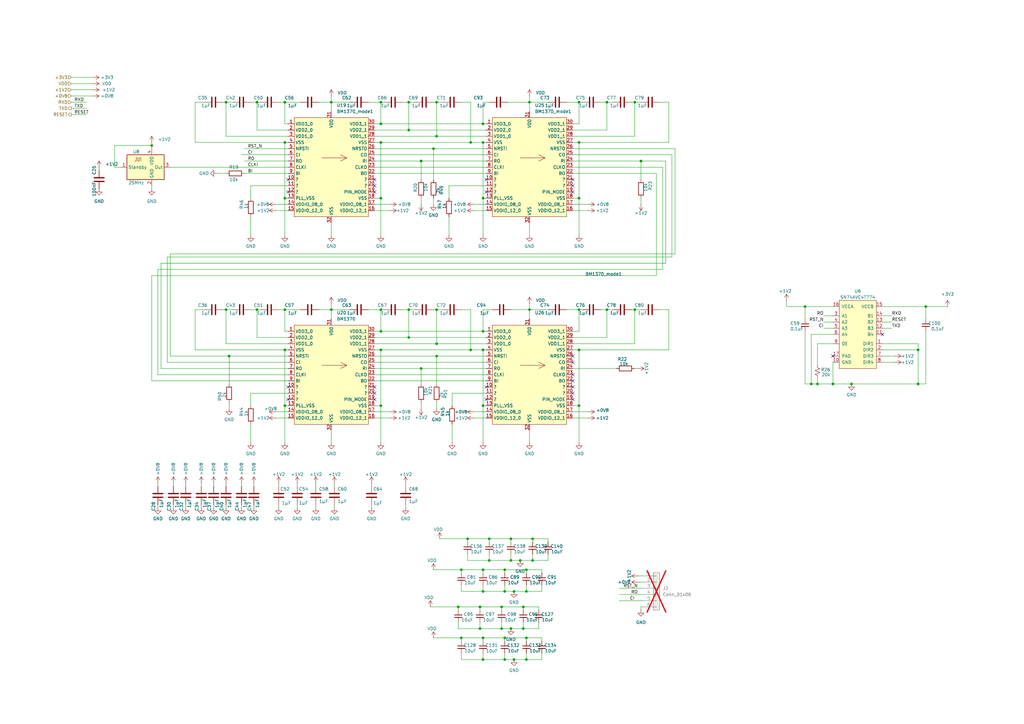
<source format=kicad_sch>
(kicad_sch (version 20250114) (generator "eeschema") (generator_version "9.0")
  (paper "A3")
  (title_block (title "BM1366 PiAxe") (date "2023-10-10") (rev "202"))
  (junction (at 217.17 41.91))
  (junction (at 349.25 157.48))
  (junction (at 213.36 229.87))
  (junction (at 262.89 66.04))
  (junction (at 207.01 261.62))
  (junction (at 156.21 41.91))
  (junction (at 330.2 125.73))
  (junction (at 198.12 270.51))
  (junction (at 167.64 127))
  (junction (at 189.23 261.62))
  (junction (at 248.92 41.91))
  (junction (at 189.23 233.68))
  (junction (at 198.12 166.37))
  (junction (at 167.64 41.91))
  (junction (at 237.49 127))
  (junction (at 215.9 233.68))
  (junction (at 92.71 127))
  (junction (at 215.9 270.51))
  (junction (at 105.41 127))
  (junction (at 92.71 41.91))
  (junction (at 179.07 127))
  (junction (at 135.89 127))
  (junction (at 116.84 166.37))
  (junction (at 209.55 220.98))
  (junction (at 215.9 242.57))
  (junction (at 237.49 166.37))
  (junction (at 156.21 50.8))
  (junction (at 335.28 157.48))
  (junction (at 198.12 242.57))
  (junction (at 376.555 157.48))
  (junction (at 209.55 257.81))
  (junction (at 198.12 261.62))
  (junction (at 62.23 59.69))
  (junction (at 116.84 127))
  (junction (at 116.84 143.51))
  (junction (at 193.04 58.42))
  (junction (at 205.74 248.92))
  (junction (at 214.63 248.92))
  (junction (at 214.63 257.81))
  (junction (at 198.12 135.89))
  (junction (at 93.98 146.05))
  (junction (at 198.12 81.28))
  (junction (at 207.01 233.68))
  (junction (at 341.63 157.48))
  (junction (at 196.85 248.92))
  (junction (at 156.21 127))
  (junction (at 237.49 81.28))
  (junction (at 332.74 157.48))
  (junction (at 237.49 58.42))
  (junction (at 260.35 41.91))
  (junction (at 198.12 233.68))
  (junction (at 200.66 229.87))
  (junction (at 196.85 257.81))
  (junction (at 376.555 143.51))
  (junction (at 177.8 60.96))
  (junction (at 209.55 229.87))
  (junction (at 193.04 143.51))
  (junction (at 172.72 151.13))
  (junction (at 198.12 50.8))
  (junction (at 156.21 135.89))
  (junction (at 237.49 143.51))
  (junction (at 135.89 41.91))
  (junction (at 207.01 270.51))
  (junction (at 179.07 146.05))
  (junction (at 207.01 242.57))
  (junction (at 260.35 127))
  (junction (at 156.21 143.51))
  (junction (at 105.41 41.91))
  (junction (at 156.21 166.37))
  (junction (at 237.49 41.91))
  (junction (at 116.84 58.42))
  (junction (at 248.92 127))
  (junction (at 205.74 257.81))
  (junction (at 179.07 140.97))
  (junction (at 172.72 66.04))
  (junction (at 379.73 125.73))
  (junction (at 210.82 242.57))
  (junction (at 217.17 127))
  (junction (at 167.64 138.43))
  (junction (at 116.84 41.91))
  (junction (at 187.96 248.92))
  (junction (at 210.82 270.51))
  (junction (at 215.9 261.62))
  (junction (at 200.66 220.98))
  (junction (at 116.84 81.28))
  (junction (at 156.21 58.42))
  (junction (at 179.07 55.88))
  (junction (at 198.12 58.42))
  (junction (at 218.44 229.87))
  (junction (at 156.21 81.28))
  (junction (at 167.64 53.34))
  (junction (at 218.44 220.98))
  (junction (at 179.07 41.91))
  (junction (at 198.12 143.51))
  (junction (at 191.77 220.98))
  (no_connect (at 234.95 73.66))
  (no_connect (at 153.67 163.83))
  (no_connect (at 153.67 158.75))
  (no_connect (at 234.95 78.74))
  (no_connect (at 118.11 163.83))
  (no_connect (at 153.67 161.29))
  (no_connect (at 234.95 153.67))
  (no_connect (at 234.95 161.29))
  (no_connect (at 234.95 148.59))
  (no_connect (at 234.95 156.21))
  (no_connect (at 153.67 73.66))
  (no_connect (at 153.67 76.2))
  (no_connect (at 234.95 158.75))
  (no_connect (at 234.95 163.83))
  (no_connect (at 199.39 158.75))
  (no_connect (at 361.95 137.16))
  (no_connect (at 199.39 78.74))
  (no_connect (at 199.39 163.83))
  (no_connect (at 234.95 146.05))
  (no_connect (at 199.39 73.66))
  (no_connect (at 153.67 78.74))
  (no_connect (at 118.11 78.74))
  (no_connect (at 118.11 158.75))
  (no_connect (at 118.11 73.66))
  (no_connect (at 234.95 76.2))
  (no_connect (at 341.63 146.05))
  (wire (pts (xy 153.67 151.13) (xy 172.72 151.13)))
  (wire (pts (xy 361.95 140.97) (xy 376.555 140.97)))
  (wire (pts (xy 151.13 127) (xy 156.21 127)))
  (wire (pts (xy 200.66 220.98) (xy 191.77 220.98)))
  (wire (pts (xy 129.54 207.01) (xy 129.54 208.28)))
  (wire (pts (xy 185.42 161.29) (xy 199.39 161.29)))
  (wire (pts (xy 156.21 143.51) (xy 156.21 166.37)))
  (wire (pts (xy 62.23 59.69) (xy 62.23 60.96)))
  (wire (pts (xy 172.72 66.04) (xy 172.72 73.66)))
  (wire (pts (xy 330.2 125.73) (xy 330.2 130.81)))
  (wire (pts (xy 66.04 107.95) (xy 66.04 151.13)))
  (wire (pts (xy 187.96 248.92) (xy 187.96 250.19)))
  (wire (pts (xy 259.08 127) (xy 260.35 127)))
  (wire (pts (xy 234.95 53.34) (xy 248.92 53.34)))
  (wire (pts (xy 167.64 138.43) (xy 199.39 138.43)))
  (wire (pts (xy 177.8 60.96) (xy 177.8 73.66)))
  (wire (pts (xy 376.555 140.97) (xy 376.555 143.51)))
  (wire (pts (xy 220.98 250.19) (xy 220.98 248.92)))
  (wire (pts (xy 29.21 34.29) (xy 38.1 34.29)))
  (wire (pts (xy 137.16 199.39) (xy 137.16 198.12)))
  (wire (pts (xy 376.555 143.51) (xy 376.555 157.48)))
  (wire (pts (xy 179.07 55.88) (xy 179.07 41.91)))
  (wire (pts (xy 198.12 233.68) (xy 198.12 234.95)))
  (wire (pts (xy 214.63 248.92) (xy 205.74 248.92)))
  (wire (pts (xy 222.25 233.68) (xy 215.9 233.68)))
  (wire (pts (xy 217.17 176.53) (xy 217.17 181.61)))
  (wire (pts (xy 167.64 127) (xy 170.18 127)))
  (wire (pts (xy 246.38 127) (xy 248.92 127)))
  (wire (pts (xy 193.04 58.42) (xy 193.04 41.91)))
  (wire (pts (xy 167.64 53.34) (xy 167.64 41.91)))
  (wire (pts (xy 222.25 234.95) (xy 222.25 233.68)))
  (wire (pts (xy 64.77 198.12) (xy 64.77 199.39)))
  (wire (pts (xy 156.21 58.42) (xy 156.21 81.28)))
  (wire (pts (xy 100.33 71.12) (xy 118.11 71.12)))
  (wire (pts (xy 237.49 41.91) (xy 238.76 41.91)))
  (wire (pts (xy 105.41 127) (xy 106.68 127)))
  (wire (pts (xy 269.24 71.12) (xy 269.24 113.03)))
  (wire (pts (xy 274.32 127) (xy 270.51 127)))
  (wire (pts (xy 62.23 58.42) (xy 62.23 59.69)))
  (wire (pts (xy 332.74 157.48) (xy 335.28 157.48)))
  (wire (pts (xy 207.01 261.62) (xy 207.01 262.89)))
  (wire (pts (xy 64.77 207.01) (xy 64.77 208.28)))
  (wire (pts (xy 189.23 261.62) (xy 189.23 262.89)))
  (wire (pts (xy 62.23 113.03) (xy 62.23 156.21)))
  (wire (pts (xy 234.95 138.43) (xy 248.92 138.43)))
  (wire (pts (xy 153.67 168.91) (xy 160.02 168.91)))
  (wire (pts (xy 153.67 148.59) (xy 199.39 148.59)))
  (wire (pts (xy 234.95 58.42) (xy 237.49 58.42)))
  (wire (pts (xy 234.95 86.36) (xy 241.3 86.36)))
  (wire (pts (xy 198.12 270.51) (xy 207.01 270.51)))
  (wire (pts (xy 40.64 68.58) (xy 40.64 69.85)))
  (wire (pts (xy 156.21 50.8) (xy 198.12 50.8)))
  (wire (pts (xy 156.21 135.89) (xy 156.21 127)))
  (wire (pts (xy 153.67 140.97) (xy 179.07 140.97)))
  (wire (pts (xy 215.9 233.68) (xy 207.01 233.68)))
  (wire (pts (xy 198.12 166.37) (xy 198.12 181.61)))
  (wire (pts (xy 261.62 238.76) (xy 264.16 238.76)))
  (wire (pts (xy 234.95 143.51) (xy 237.49 143.51)))
  (wire (pts (xy 99.06 63.5) (xy 118.11 63.5)))
  (wire (pts (xy 156.21 166.37) (xy 156.21 181.61)))
  (wire (pts (xy 104.14 207.01) (xy 104.14 208.28)))
  (wire (pts (xy 215.9 267.97) (xy 215.9 270.51)))
  (wire (pts (xy 196.85 248.92) (xy 187.96 248.92)))
  (wire (pts (xy 137.16 207.01) (xy 137.16 208.28)))
  (wire (pts (xy 153.67 58.42) (xy 156.21 58.42)))
  (wire (pts (xy 205.74 248.92) (xy 205.74 250.19)))
  (wire (pts (xy 217.17 41.91) (xy 224.79 41.91)))
  (wire (pts (xy 153.67 146.05) (xy 179.07 146.05)))
  (wire (pts (xy 218.44 227.33) (xy 218.44 229.87)))
  (wire (pts (xy 262.89 81.28) (xy 262.89 83.82)))
  (wire (pts (xy 187.96 248.92) (xy 176.53 248.92)))
  (wire (pts (xy 179.07 55.88) (xy 199.39 55.88)))
  (wire (pts (xy 271.78 68.58) (xy 234.95 68.58)))
  (wire (pts (xy 234.95 171.45) (xy 241.3 171.45)))
  (wire (pts (xy 189.23 240.03) (xy 189.23 242.57)))
  (wire (pts (xy 217.17 124.46) (xy 217.17 127)))
  (wire (pts (xy 82.55 207.01) (xy 82.55 208.28)))
  (wire (pts (xy 76.2 207.01) (xy 76.2 208.28)))
  (wire (pts (xy 220.98 248.92) (xy 214.63 248.92)))
  (wire (pts (xy 179.07 127) (xy 181.61 127)))
  (wire (pts (xy 116.84 81.28) (xy 116.84 96.52)))
  (wire (pts (xy 198.12 127) (xy 201.93 127)))
  (wire (pts (xy 46.99 59.69) (xy 46.99 68.58)))
  (wire (pts (xy 66.04 151.13) (xy 118.11 151.13)))
  (wire (pts (xy 237.49 50.8) (xy 237.49 41.91)))
  (wire (pts (xy 246.38 41.91) (xy 248.92 41.91)))
  (wire (pts (xy 205.74 248.92) (xy 196.85 248.92)))
  (wire (pts (xy 191.77 220.98) (xy 191.77 222.25)))
  (wire (pts (xy 153.67 66.04) (xy 172.72 66.04)))
  (wire (pts (xy 361.95 146.05) (xy 367.03 146.05)))
  (wire (pts (xy 118.11 161.29) (xy 102.87 161.29)))
  (wire (pts (xy 71.12 198.12) (xy 71.12 199.39)))
  (wire (pts (xy 194.31 83.82) (xy 199.39 83.82)))
  (wire (pts (xy 248.92 41.91) (xy 251.46 41.91)))
  (wire (pts (xy 361.95 143.51) (xy 376.555 143.51)))
  (wire (pts (xy 29.21 31.75) (xy 38.1 31.75)))
  (wire (pts (xy 222.25 261.62) (xy 215.9 261.62)))
  (wire (pts (xy 209.55 227.33) (xy 209.55 229.87)))
  (wire (pts (xy 62.23 59.69) (xy 46.99 59.69)))
  (wire (pts (xy 198.12 240.03) (xy 198.12 242.57)))
  (wire (pts (xy 332.74 137.16) (xy 332.74 157.48)))
  (wire (pts (xy 224.79 222.25) (xy 224.79 220.98)))
  (wire (pts (xy 217.17 39.37) (xy 217.17 41.91)))
  (wire (pts (xy 273.05 107.95) (xy 66.04 107.95)))
  (wire (pts (xy 237.49 166.37) (xy 237.49 181.61)))
  (wire (pts (xy 184.15 88.9) (xy 184.15 96.52)))
  (wire (pts (xy 361.95 132.08) (xy 365.76 132.08)))
  (wire (pts (xy 209.55 229.87) (xy 213.36 229.87)))
  (wire (pts (xy 116.84 127) (xy 116.84 135.89)))
  (wire (pts (xy 200.66 220.98) (xy 200.66 222.25)))
  (wire (pts (xy 248.92 53.34) (xy 248.92 41.91)))
  (wire (pts (xy 179.07 140.97) (xy 179.07 127)))
  (wire (pts (xy 275.59 63.5) (xy 234.95 63.5)))
  (wire (pts (xy 275.59 105.41) (xy 275.59 63.5)))
  (wire (pts (xy 179.07 146.05) (xy 199.39 146.05)))
  (wire (pts (xy 184.15 76.2) (xy 199.39 76.2)))
  (wire (pts (xy 189.23 267.97) (xy 189.23 270.51)))
  (wire (pts (xy 177.8 81.28) (xy 177.8 83.82)))
  (wire (pts (xy 156.21 135.89) (xy 198.12 135.89)))
  (wire (pts (xy 222.25 262.89) (xy 222.25 261.62)))
  (wire (pts (xy 337.82 129.54) (xy 341.63 129.54)))
  (wire (pts (xy 274.32 58.42) (xy 274.32 41.91)))
  (wire (pts (xy 234.95 55.88) (xy 260.35 55.88)))
  (wire (pts (xy 214.63 248.92) (xy 214.63 250.19)))
  (wire (pts (xy 234.95 140.97) (xy 260.35 140.97)))
  (wire (pts (xy 153.67 63.5) (xy 199.39 63.5)))
  (wire (pts (xy 200.66 229.87) (xy 209.55 229.87)))
  (wire (pts (xy 177.8 127) (xy 179.07 127)))
  (wire (pts (xy 135.89 124.46) (xy 135.89 127)))
  (wire (pts (xy 234.95 66.04) (xy 262.89 66.04)))
  (wire (pts (xy 179.07 146.05) (xy 179.07 157.48)))
  (wire (pts (xy 196.85 257.81) (xy 205.74 257.81)))
  (wire (pts (xy 153.67 55.88) (xy 179.07 55.88)))
  (wire (pts (xy 116.84 135.89) (xy 118.11 135.89)))
  (wire (pts (xy 191.77 229.87) (xy 200.66 229.87)))
  (wire (pts (xy 151.13 41.91) (xy 156.21 41.91)))
  (wire (pts (xy 46.99 68.58) (xy 49.53 68.58)))
  (wire (pts (xy 153.67 71.12) (xy 199.39 71.12)))
  (wire (pts (xy 99.06 198.12) (xy 99.06 199.39)))
  (wire (pts (xy 262.89 248.92) (xy 264.16 248.92)))
  (wire (pts (xy 207.01 233.68) (xy 207.01 234.95)))
  (wire (pts (xy 210.82 242.57) (xy 215.9 242.57)))
  (wire (pts (xy 217.17 127) (xy 217.17 130.81)))
  (wire (pts (xy 114.3 41.91) (xy 116.84 41.91)))
  (wire (pts (xy 92.71 140.97) (xy 118.11 140.97)))
  (wire (pts (xy 379.73 125.73) (xy 388.62 125.73)))
  (wire (pts (xy 165.1 41.91) (xy 167.64 41.91)))
  (wire (pts (xy 172.72 165.1) (xy 172.72 167.64)))
  (wire (pts (xy 237.49 135.89) (xy 237.49 127)))
  (wire (pts (xy 69.85 146.05) (xy 93.98 146.05)))
  (wire (pts (xy 274.32 143.51) (xy 274.32 127)))
  (wire (pts (xy 114.3 198.12) (xy 114.3 199.39)))
  (wire (pts (xy 135.89 91.44) (xy 135.89 96.52)))
  (wire (pts (xy 105.41 41.91) (xy 106.68 41.91)))
  (wire (pts (xy 337.82 134.62) (xy 341.63 134.62)))
  (wire (pts (xy 237.49 81.28) (xy 237.49 96.52)))
  (wire (pts (xy 156.21 81.28) (xy 156.21 96.52)))
  (wire (pts (xy 198.12 233.68) (xy 189.23 233.68)))
  (wire (pts (xy 222.25 270.51) (xy 222.25 267.97)))
  (wire (pts (xy 217.17 91.44) (xy 217.17 96.52)))
  (wire (pts (xy 273.05 66.04) (xy 273.05 107.95)))
  (wire (pts (xy 237.49 143.51) (xy 237.49 166.37)))
  (wire (pts (xy 200.66 41.91) (xy 198.12 41.91)))
  (wire (pts (xy 234.95 166.37) (xy 237.49 166.37)))
  (wire (pts (xy 224.79 229.87) (xy 224.79 227.33)))
  (wire (pts (xy 153.67 153.67) (xy 199.39 153.67)))
  (wire (pts (xy 92.71 55.88) (xy 92.71 41.91)))
  (wire (pts (xy 116.84 58.42) (xy 116.84 81.28)))
  (wire (pts (xy 172.72 151.13) (xy 172.72 157.48)))
  (wire (pts (xy 69.85 104.14) (xy 69.85 146.05)))
  (wire (pts (xy 135.89 41.91) (xy 143.51 41.91)))
  (wire (pts (xy 335.28 157.48) (xy 341.63 157.48)))
  (wire (pts (xy 156.21 127) (xy 157.48 127)))
  (wire (pts (xy 116.84 143.51) (xy 116.84 166.37)))
  (wire (pts (xy 167.64 138.43) (xy 167.64 127)))
  (wire (pts (xy 341.63 157.48) (xy 349.25 157.48)))
  (wire (pts (xy 153.67 81.28) (xy 156.21 81.28)))
  (wire (pts (xy 189.23 261.62) (xy 177.8 261.62)))
  (wire (pts (xy 102.87 41.91) (xy 105.41 41.91)))
  (wire (pts (xy 341.63 137.16) (xy 332.74 137.16)))
  (wire (pts (xy 102.87 127) (xy 105.41 127)))
  (wire (pts (xy 105.41 138.43) (xy 105.41 127)))
  (wire (pts (xy 207.01 261.62) (xy 198.12 261.62)))
  (wire (pts (xy 116.84 58.42) (xy 80.01 58.42)))
  (wire (pts (xy 379.73 125.73) (xy 379.73 130.81)))
  (wire (pts (xy 194.31 168.91) (xy 199.39 168.91)))
  (wire (pts (xy 210.82 270.51) (xy 215.9 270.51)))
  (wire (pts (xy 194.31 86.36) (xy 199.39 86.36)))
  (wire (pts (xy 80.01 41.91) (xy 83.82 41.91)))
  (wire (pts (xy 335.28 154.94) (xy 335.28 157.48)))
  (wire (pts (xy 156.21 41.91) (xy 157.48 41.91)))
  (wire (pts (xy 114.3 127) (xy 116.84 127)))
  (wire (pts (xy 199.39 143.51) (xy 198.12 143.51)))
  (wire (pts (xy 234.95 168.91) (xy 241.3 168.91)))
  (wire (pts (xy 113.03 171.45) (xy 118.11 171.45)))
  (wire (pts (xy 217.17 41.91) (xy 217.17 45.72)))
  (wire (pts (xy 237.49 58.42) (xy 274.32 58.42)))
  (wire (pts (xy 121.92 198.12) (xy 121.92 199.39)))
  (wire (pts (xy 215.9 270.51) (xy 222.25 270.51)))
  (wire (pts (xy 330.2 125.73) (xy 341.63 125.73)))
  (wire (pts (xy 153.67 156.21) (xy 199.39 156.21)))
  (wire (pts (xy 184.15 76.2) (xy 184.15 81.28)))
  (wire (pts (xy 208.28 41.91) (xy 217.17 41.91)))
  (wire (pts (xy 177.8 60.96) (xy 199.39 60.96)))
  (wire (pts (xy 135.89 176.53) (xy 135.89 181.61)))
  (wire (pts (xy 116.84 127) (xy 123.19 127)))
  (wire (pts (xy 152.4 207.01) (xy 152.4 208.28)))
  (wire (pts (xy 218.44 229.87) (xy 224.79 229.87)))
  (wire (pts (xy 113.03 86.36) (xy 118.11 86.36)))
  (wire (pts (xy 68.58 148.59) (xy 118.11 148.59)))
  (wire (pts (xy 166.37 207.01) (xy 166.37 208.28)))
  (wire (pts (xy 276.86 104.14) (xy 69.85 104.14)))
  (wire (pts (xy 116.84 143.51) (xy 80.01 143.51)))
  (wire (pts (xy 68.58 105.41) (xy 275.59 105.41)))
  (wire (pts (xy 207.01 240.03) (xy 207.01 242.57)))
  (wire (pts (xy 92.71 41.91) (xy 95.25 41.91)))
  (wire (pts (xy 193.04 143.51) (xy 198.12 143.51)))
  (wire (pts (xy 187.96 255.27) (xy 187.96 257.81)))
  (wire (pts (xy 64.77 110.49) (xy 271.78 110.49)))
  (wire (pts (xy 191.77 220.98) (xy 180.34 220.98)))
  (wire (pts (xy 130.81 41.91) (xy 135.89 41.91)))
  (wire (pts (xy 76.2 198.12) (xy 76.2 199.39)))
  (wire (pts (xy 116.84 50.8) (xy 118.11 50.8)))
  (wire (pts (xy 214.63 255.27) (xy 214.63 257.81)))
  (wire (pts (xy 113.03 83.82) (xy 118.11 83.82)))
  (wire (pts (xy 93.98 165.1) (xy 93.98 167.64)))
  (wire (pts (xy 177.8 41.91) (xy 179.07 41.91)))
  (wire (pts (xy 234.95 151.13) (xy 252.73 151.13)))
  (wire (pts (xy 153.67 135.89) (xy 156.21 135.89)))
  (wire (pts (xy 102.87 161.29) (xy 102.87 166.37)))
  (wire (pts (xy 193.04 58.42) (xy 198.12 58.42)))
  (wire (pts (xy 209.55 220.98) (xy 209.55 222.25)))
  (wire (pts (xy 91.44 41.91) (xy 92.71 41.91)))
  (wire (pts (xy 207.01 270.51) (xy 210.82 270.51)))
  (wire (pts (xy 153.67 166.37) (xy 156.21 166.37)))
  (wire (pts (xy 69.85 68.58) (xy 118.11 68.58)))
  (wire (pts (xy 82.55 198.12) (xy 82.55 199.39)))
  (wire (pts (xy 196.85 248.92) (xy 196.85 250.19)))
  (wire (pts (xy 234.95 71.12) (xy 269.24 71.12)))
  (wire (pts (xy 191.77 227.33) (xy 191.77 229.87)))
  (wire (pts (xy 198.12 81.28) (xy 199.39 81.28)))
  (wire (pts (xy 129.54 199.39) (xy 129.54 198.12)))
  (wire (pts (xy 198.12 41.91) (xy 198.12 50.8)))
  (wire (pts (xy 105.41 53.34) (xy 105.41 41.91)))
  (wire (pts (xy 100.33 60.96) (xy 118.11 60.96)))
  (wire (pts (xy 259.08 41.91) (xy 260.35 41.91)))
  (wire (pts (xy 260.35 55.88) (xy 260.35 41.91)))
  (wire (pts (xy 88.9 71.12) (xy 92.71 71.12)))
  (wire (pts (xy 234.95 83.82) (xy 241.3 83.82)))
  (wire (pts (xy 379.73 135.89) (xy 379.73 157.48)))
  (wire (pts (xy 262.89 250.19) (xy 262.89 248.92)))
  (wire (pts (xy 135.89 127) (xy 143.51 127)))
  (wire (pts (xy 153.67 171.45) (xy 160.02 171.45)))
  (wire (pts (xy 194.31 171.45) (xy 199.39 171.45)))
  (wire (pts (xy 207.01 267.97) (xy 207.01 270.51)))
  (wire (pts (xy 215.9 242.57) (xy 222.25 242.57)))
  (wire (pts (xy 116.84 166.37) (xy 118.11 166.37)))
  (wire (pts (xy 121.92 207.01) (xy 121.92 208.28)))
  (wire (pts (xy 198.12 143.51) (xy 198.12 166.37)))
  (wire (pts (xy 153.67 86.36) (xy 160.02 86.36)))
  (wire (pts (xy 234.95 60.96) (xy 276.86 60.96)))
  (wire (pts (xy 102.87 76.2) (xy 102.87 81.28)))
  (wire (pts (xy 172.72 151.13) (xy 199.39 151.13)))
  (wire (pts (xy 260.35 127) (xy 262.89 127)))
  (wire (pts (xy 91.44 127) (xy 92.71 127)))
  (wire (pts (xy 322.58 123.19) (xy 322.58 125.73)))
  (wire (pts (xy 248.92 138.43) (xy 248.92 127)))
  (wire (pts (xy 196.85 255.27) (xy 196.85 257.81)))
  (wire (pts (xy 193.04 143.51) (xy 193.04 127)))
  (wire (pts (xy 218.44 220.98) (xy 218.44 222.25)))
  (wire (pts (xy 341.63 140.97) (xy 335.28 140.97)))
  (wire (pts (xy 218.44 220.98) (xy 209.55 220.98)))
  (wire (pts (xy 189.23 242.57) (xy 198.12 242.57)))
  (wire (pts (xy 80.01 127) (xy 83.82 127)))
  (wire (pts (xy 254 246.38) (xy 264.16 246.38)))
  (wire (pts (xy 153.67 68.58) (xy 199.39 68.58)))
  (wire (pts (xy 205.74 257.81) (xy 209.55 257.81)))
  (wire (pts (xy 156.21 50.8) (xy 156.21 41.91)))
  (wire (pts (xy 167.64 53.34) (xy 199.39 53.34)))
  (wire (pts (xy 29.21 39.37) (xy 38.1 39.37)))
  (wire (pts (xy 361.95 125.73) (xy 379.73 125.73)))
  (wire (pts (xy 217.17 127) (xy 224.79 127)))
  (wire (pts (xy 215.9 261.62) (xy 215.9 262.89)))
  (wire (pts (xy 93.98 146.05) (xy 93.98 157.48)))
  (wire (pts (xy 116.84 81.28) (xy 118.11 81.28)))
  (wire (pts (xy 189.23 233.68) (xy 189.23 234.95)))
  (wire (pts (xy 237.49 58.42) (xy 237.49 81.28)))
  (wire (pts (xy 260.35 140.97) (xy 260.35 127)))
  (wire (pts (xy 93.98 146.05) (xy 118.11 146.05)))
  (wire (pts (xy 199.39 58.42) (xy 198.12 58.42)))
  (wire (pts (xy 349.25 157.48) (xy 376.555 157.48)))
  (wire (pts (xy 135.89 39.37) (xy 135.89 41.91)))
  (wire (pts (xy 260.35 41.91) (xy 262.89 41.91)))
  (wire (pts (xy 207.01 242.57) (xy 210.82 242.57)))
  (wire (pts (xy 104.14 198.12) (xy 104.14 199.39)))
  (wire (pts (xy 102.87 76.2) (xy 118.11 76.2)))
  (wire (pts (xy 234.95 50.8) (xy 237.49 50.8)))
  (wire (pts (xy 198.12 242.57) (xy 207.01 242.57)))
  (wire (pts (xy 198.12 261.62) (xy 189.23 261.62)))
  (wire (pts (xy 130.81 127) (xy 135.89 127)))
  (wire (pts (xy 341.63 148.59) (xy 341.63 157.48)))
  (wire (pts (xy 167.64 41.91) (xy 170.18 41.91)))
  (wire (pts (xy 135.89 41.91) (xy 135.89 45.72)))
  (wire (pts (xy 220.98 257.81) (xy 220.98 255.27)))
  (wire (pts (xy 193.04 41.91) (xy 189.23 41.91)))
  (wire (pts (xy 64.77 153.67) (xy 118.11 153.67)))
  (wire (pts (xy 92.71 55.88) (xy 118.11 55.88)))
  (wire (pts (xy 64.77 153.67) (xy 64.77 110.49)))
  (wire (pts (xy 234.95 135.89) (xy 237.49 135.89)))
  (wire (pts (xy 215.9 233.68) (xy 215.9 234.95)))
  (wire (pts (xy 198.12 81.28) (xy 198.12 96.52)))
  (wire (pts (xy 153.67 138.43) (xy 167.64 138.43)))
  (wire (pts (xy 232.41 127) (xy 237.49 127)))
  (wire (pts (xy 361.95 148.59) (xy 367.03 148.59)))
  (wire (pts (xy 248.92 127) (xy 251.46 127)))
  (wire (pts (xy 100.33 66.04) (xy 118.11 66.04)))
  (wire (pts (xy 92.71 127) (xy 95.25 127)))
  (wire (pts (xy 153.67 143.51) (xy 156.21 143.51)))
  (wire (pts (xy 113.03 168.91) (xy 118.11 168.91)))
  (wire (pts (xy 232.41 41.91) (xy 237.49 41.91)))
  (wire (pts (xy 87.63 198.12) (xy 87.63 199.39)))
  (wire (pts (xy 254 241.3) (xy 264.16 241.3)))
  (wire (pts (xy 234.95 81.28) (xy 237.49 81.28)))
  (wire (pts (xy 105.41 53.34) (xy 118.11 53.34)))
  (wire (pts (xy 214.63 257.81) (xy 220.98 257.81)))
  (wire (pts (xy 205.74 255.27) (xy 205.74 257.81)))
  (wire (pts (xy 102.87 173.99) (xy 102.87 181.61)))
  (wire (pts (xy 215.9 261.62) (xy 207.01 261.62)))
  (wire (pts (xy 179.07 41.91) (xy 181.61 41.91)))
  (wire (pts (xy 62.23 76.2) (xy 62.23 77.47)))
  (wire (pts (xy 80.01 143.51) (xy 80.01 127)))
  (wire (pts (xy 102.87 88.9) (xy 102.87 96.52)))
  (wire (pts (xy 92.71 207.01) (xy 92.71 208.28)))
  (wire (pts (xy 179.07 165.1) (xy 179.07 167.64)))
  (wire (pts (xy 185.42 161.29) (xy 185.42 166.37)))
  (wire (pts (xy 92.71 198.12) (xy 92.71 199.39)))
  (wire (pts (xy 198.12 261.62) (xy 198.12 262.89)))
  (wire (pts (xy 209.55 257.81) (xy 214.63 257.81)))
  (wire (pts (xy 87.63 207.01) (xy 87.63 208.28)))
  (wire (pts (xy 207.01 233.68) (xy 198.12 233.68)))
  (wire (pts (xy 260.35 151.13) (xy 261.62 151.13)))
  (wire (pts (xy 222.25 242.57) (xy 222.25 240.03)))
  (wire (pts (xy 62.23 156.21) (xy 118.11 156.21)))
  (wire (pts (xy 92.71 140.97) (xy 92.71 127)))
  (wire (pts (xy 179.07 140.97) (xy 199.39 140.97)))
  (wire (pts (xy 262.89 66.04) (xy 273.05 66.04)))
  (wire (pts (xy 189.23 270.51) (xy 198.12 270.51)))
  (wire (pts (xy 68.58 148.59) (xy 68.58 105.41)))
  (wire (pts (xy 153.67 53.34) (xy 167.64 53.34)))
  (wire (pts (xy 213.36 229.87) (xy 218.44 229.87)))
  (wire (pts (xy 209.55 220.98) (xy 200.66 220.98)))
  (wire (pts (xy 116.84 41.91) (xy 123.19 41.91)))
  (wire (pts (xy 271.78 110.49) (xy 271.78 68.58)))
  (wire (pts (xy 118.11 58.42) (xy 116.84 58.42)))
  (wire (pts (xy 200.66 227.33) (xy 200.66 229.87)))
  (wire (pts (xy 135.89 127) (xy 135.89 130.81)))
  (wire (pts (xy 261.62 236.22) (xy 264.16 236.22)))
  (wire (pts (xy 215.9 240.03) (xy 215.9 242.57)))
  (wire (pts (xy 156.21 143.51) (xy 193.04 143.51)))
  (wire (pts (xy 71.12 207.01) (xy 71.12 208.28)))
  (wire (pts (xy 118.11 143.51) (xy 116.84 143.51)))
  (wire (pts (xy 172.72 81.28) (xy 172.72 83.82)))
  (wire (pts (xy 269.24 113.03) (xy 62.23 113.03)))
  (wire (pts (xy 29.21 41.91) (xy 35.56 41.91)))
  (wire (pts (xy 237.49 143.51) (xy 274.32 143.51)))
  (wire (pts (xy 116.84 41.91) (xy 116.84 50.8)))
  (wire (pts (xy 166.37 199.39) (xy 166.37 198.12)))
  (wire (pts (xy 172.72 66.04) (xy 199.39 66.04)))
  (wire (pts (xy 274.32 41.91) (xy 270.51 41.91)))
  (wire (pts (xy 165.1 127) (xy 167.64 127)))
  (wire (pts (xy 330.2 157.48) (xy 332.74 157.48)))
  (wire (pts (xy 198.12 127) (xy 198.12 135.89)))
  (wire (pts (xy 198.12 267.97) (xy 198.12 270.51)))
  (wire (pts (xy 105.41 138.43) (xy 118.11 138.43)))
  (wire (pts (xy 156.21 58.42) (xy 193.04 58.42)))
  (wire (pts (xy 322.58 125.73) (xy 330.2 125.73)))
  (wire (pts (xy 153.67 83.82) (xy 160.02 83.82)))
  (wire (pts (xy 335.28 140.97) (xy 335.28 149.86)))
  (wire (pts (xy 209.55 127) (xy 217.17 127)))
  (wire (pts (xy 224.79 220.98) (xy 218.44 220.98)))
  (wire (pts (xy 262.89 66.04) (xy 262.89 73.66)))
  (wire (pts (xy 376.555 157.48) (xy 379.73 157.48)))
  (wire (pts (xy 198.12 58.42) (xy 198.12 81.28)))
  (wire (pts (xy 187.96 257.81) (xy 196.85 257.81)))
  (wire (pts (xy 330.2 135.89) (xy 330.2 157.48)))
  (wire (pts (xy 153.67 60.96) (xy 177.8 60.96)))
  (wire (pts (xy 153.67 50.8) (xy 156.21 50.8)))
  (wire (pts (xy 114.3 207.01) (xy 114.3 208.28)))
  (wire (pts (xy 193.04 127) (xy 189.23 127)))
  (wire (pts (xy 116.84 166.37) (xy 116.84 181.61)))
  (wire (pts (xy 29.21 44.45) (xy 35.56 44.45)))
  (wire (pts (xy 365.76 129.54) (xy 361.95 129.54)))
  (wire (pts (xy 152.4 198.12) (xy 152.4 199.39)))
  (wire (pts (xy 189.23 233.68) (xy 177.8 233.68)))
  (wire (pts (xy 185.42 173.99) (xy 185.42 181.61)))
  (wire (pts (xy 361.95 134.62) (xy 365.76 134.62)))
  (wire (pts (xy 254 243.84) (xy 264.16 243.84)))
  (wire (pts (xy 80.01 58.42) (xy 80.01 41.91)))
  (wire (pts (xy 276.86 60.96) (xy 276.86 104.14)))
  (wire (pts (xy 198.12 50.8) (xy 199.39 50.8)))
  (wire (pts (xy 99.06 207.01) (xy 99.06 208.28)))
  (wire (pts (xy 237.49 127) (xy 238.76 127)))
  (wire (pts (xy 29.21 46.99) (xy 35.56 46.99)))
  (wire (pts (xy 29.21 36.83) (xy 38.1 36.83)))
  (wire (pts (xy 198.12 135.89) (xy 199.39 135.89)))
  (wire (pts (xy 337.82 132.08) (xy 341.63 132.08)))
  (wire (pts (xy 198.12 166.37) (xy 199.39 166.37)))
  (label "RESET" (at 365.76 132.08 0))
  (label "CI" (at 337.82 134.62 180))
  (label "TXD" (at 365.76 134.62 0))
  (label "RXD" (at 365.76 129.54 0))
  (label "RST_N" (at 261.62 241.3 180))
  (label "RO" (at 101.6 66.04 0))
  (label "CI" (at 260.35 246.38 180))
  (label "CLKI" (at 101.6 68.58 0))
  (label "TXD" (at 30.48 44.45 0))
  (label "RXD" (at 30.48 41.91 0))
  (label "RST_N" (at 101.6 60.96 0))
  (label "RESET" (at 30.48 46.99 0))
  (label "RO" (at 261.62 243.84 180))
  (label "BI" (at 101.6 71.12 0))
  (label "RO" (at 337.82 129.54 180))
  (label "CI" (at 101.6 63.5 0))
  (label "RST_N" (at 337.82 132.08 180))
  (hierarchical_label "+3V3" (shape input) (at 29.21 31.75 180))
  (hierarchical_label "+0V8" (shape input) (at 29.21 39.37 180))
  (hierarchical_label "+1V2" (shape input) (at 29.21 36.83 180))
  (hierarchical_label "TXD" (shape output) (at 29.21 44.45 180))
  (hierarchical_label "RESET" (shape output) (at 29.21 46.99 180))
  (hierarchical_label "VDD" (shape input) (at 29.21 34.29 180))
  (hierarchical_label "RXD" (shape input) (at 29.21 41.91 180))
  (symbol (lib_id "power:GND") (at 64.77 208.28 0) (mirror y) (unit 1)
    (property "Reference" "#PWR062" (effects (hide yes)))
    (property "Value" "GND" (at 64.77 212.725 0))
  )
  (symbol (lib_id "Device:C") (at 173.99 127 90) (unit 1)
    (property "Reference" "C70" (at 171.45 124.46 90) (effects (justify left bottom)))
    (property "Value" "1µF" (at 172.72 127.635 90) (effects (justify left bottom)))
    (property "Footprint" "Capacitor_SMD:C_0402_1005Metric" (effects (hide yes)))
    (property "PARTNO" "CL05A105KO5NNNC" (effects (hide yes)))
    (property "LCSC" "C29266" (effects (hide yes)))
  )
  (symbol (lib_id "power:VDD") (at 38.1 34.29 270) (unit 1)
    (property "Reference" "#PWR050" (effects (hide yes)))
    (property "Value" "VDD" (at 41.91 34.2899 90) (effects (justify left)))
    (property "Description" "Power symbol creates a global label with name \"VDD\"" (effects (hide yes)))
  )
  (symbol (lib_id "Device:C_Small") (at 196.85 252.73 0) (unit 1)
    (property "Reference" "C97" (at 202.946 251.968 0) (effects (justify right)))
    (property "Value" "10uF" (at 202.946 254.254 0) (effects (justify right)))
    (property "Footprint" "Capacitor_SMD:C_0603_1608Metric" (effects (hide yes)))
    (property "PARTNO" "CL10A106MO8NQNC" (effects (hide yes)))
    (property "Manufacturer " "Samsung Electro-Mechanics" (effects (hide yes)))
    (property "LCSC" "C92487 Hot " (effects (hide yes)))
  )
  (symbol (lib_id "Device:C") (at 92.71 203.2 180) (unit 1)
    (property "Reference" "C40" (at 90.17 205.74 90) (effects (justify left bottom)))
    (property "Value" "1µF" (at 93.345 204.47 90) (effects (justify left bottom)))
    (property "Footprint" "Capacitor_SMD:C_0402_1005Metric" (effects (hide yes)))
    (property "PARTNO" "CL05A105KO5NNNC" (effects (hide yes)))
    (property "LCSC" "C29266" (effects (hide yes)))
  )
  (symbol (lib_id "mylib7:+0V8") (at 113.03 168.91 90) (unit 1)
    (property "Reference" "#U018" (effects (hide yes)))
    (property "Value" "+0V8" (at 113.665 167.64 90) (effects (justify left)))
    (property "Distributor" "-" (effects (hide yes)))
  )
  (symbol (lib_id "power:+1V2") (at 62.23 58.42 0) (unit 1)
    (property "Reference" "#PWR060" (effects (hide yes)))
    (property "Value" "+1V2" (at 64.77 57.1499 0) (effects (justify left)))
    (property "Description" "Power symbol creates a global label with name \"+1V2\"" (effects (hide yes)))
  )
  (symbol (lib_id "power:+1V2") (at 261.62 236.22 90) (unit 1)
    (property "Reference" "#PWR0190" (effects (hide yes)))
    (property "Value" "+1V2" (at 258.064 236.22 0))
    (property "Description" "Power symbol creates a global label with name \"+1V2\"" (effects (hide yes)))
  )
  (symbol (lib_id "power:GND") (at 217.17 181.61 0) (mirror y) (unit 1)
    (property "Reference" "#PWR0134" (effects (hide yes)))
    (property "Value" "GND" (at 217.17 186.055 0))
  )
  (symbol (lib_id "power:VDD") (at 217.17 39.37 0) (unit 1)
    (property "Reference" "#PWR0131" (effects (hide yes)))
    (property "Value" "VDD" (at 219.71 38.0999 0) (effects (justify left)))
    (property "Description" "Power symbol creates a global label with name \"VDD\"" (effects (hide yes)))
  )
  (symbol (lib_id "bitaxe:SN74AVC4T774-BQB") (at 351.79 134.62 0) (unit 1)
    (property "Reference" "U6" (at 351.79 119.38 0))
    (property "Value" "SN74AVC4T774" (at 351.79 121.92 0))
    (property "Footprint" "qaxe:BQB0016A-MFG" (effects (hide yes)))
    (property "Datasheet" "https://www.ti.com/lit/ds/symlink/sn74axc4t774.pdf" (effects (hide yes)))
    (property "DK" "296-SN74AXC4T774BQBRCT-ND" (effects (hide yes)))
    (property "PARTNO" "SN74AXC4T774BQBR" (effects (hide yes)))
  )
  (symbol (lib_id "power:GND") (at 217.17 96.52 0) (mirror y) (unit 1)
    (property "Reference" "#PWR0132" (effects (hide yes)))
    (property "Value" "GND" (at 217.17 100.965 0))
  )
  (symbol (lib_id "Device:R") (at 172.72 77.47 0) (unit 1)
    (property "Reference" "R20" (at 170.434 76.962 90))
    (property "Value" "10k" (at 174.625 76.835 90))
    (property "Footprint" "Resistor_SMD:R_0402_1005Metric" (effects (hide yes)))
    (property "PARTNO" "RC0402DR-0710KL" (effects (hide yes)))
    (property "Manufacturer " "YAGEO" (effects (hide yes)))
    (property "LCSC" "C471764" (effects (hide yes)))
  )
  (symbol (lib_id "power:GND") (at 166.37 208.28 0) (mirror y) (unit 1)
    (property "Reference" "#PWR0124" (effects (hide yes)))
    (property "Value" "GND" (at 166.37 212.725 0))
  )
  (symbol (lib_id "Device:C") (at 99.06 127 90) (unit 1)
    (property "Reference" "C43" (at 96.52 124.46 90) (effects (justify left bottom)))
    (property "Value" "1µF" (at 97.79 127.635 90) (effects (justify left bottom)))
    (property "Footprint" "Capacitor_SMD:C_0402_1005Metric" (effects (hide yes)))
    (property "PARTNO" "CL05A105KO5NNNC" (effects (hide yes)))
    (property "LCSC" "C29266" (effects (hide yes)))
  )
  (symbol (lib_id "power:+1V2") (at 113.03 86.36 90) (unit 1)
    (property "Reference" "#PWR091" (effects (hide yes)))
    (property "Value" "+1V2" (at 107.95 86.36 90))
    (property "Description" "Power symbol creates a global label with name \"+1V2\"" (effects (hide yes)))
  )
  (symbol (lib_id "power:GND") (at 237.49 181.61 0) (mirror y) (unit 1)
    (property "Reference" "#PWR0136" (effects (hide yes)))
    (property "Value" "GND" (at 237.49 186.055 0))
  )
  (symbol (lib_id "Device:C") (at 185.42 41.91 90) (unit 1)
    (property "Reference" "C71" (at 182.88 39.37 90) (effects (justify left bottom)))
    (property "Value" "1µF" (at 184.15 42.545 90) (effects (justify left bottom)))
    (property "Footprint" "Capacitor_SMD:C_0402_1005Metric" (effects (hide yes)))
    (property "PARTNO" "CL05A105KO5NNNC" (effects (hide yes)))
    (property "LCSC" "C29266" (effects (hide yes)))
  )
  (symbol (lib_id "power:GND") (at 135.89 96.52 0) (mirror y) (unit 1)
    (property "Reference" "#PWR0108" (effects (hide yes)))
    (property "Value" "GND" (at 135.89 100.965 0))
  )
  (symbol (lib_id "Device:R") (at 185.42 170.18 0) (mirror y) (unit 1)
    (property "Reference" "R45" (at 181.61 168.91 90))
    (property "Value" "1k" (at 183.515 169.545 90))
    (property "Footprint" "Resistor_SMD:R_0402_1005Metric" (effects (hide yes)))
    (property "PARTNO" "RC0402FR-071KL" (effects (hide yes)))
    (property "Manufacturer " "YAGEO" (effects (hide yes)))
    (property "LCSC" "C106235" (effects (hide yes)))
  )
  (symbol (lib_name "GND_4") (lib_id "power:GND") (at 88.9 71.12 270) (unit 1)
    (property "Reference" "#PWR075" (effects (hide yes)))
    (property "Value" "GND" (at 85.725 71.12 90) (effects (justify right)))
  )
  (symbol (lib_id "mylib7:+0V8") (at 241.3 83.82 270) (unit 1)
    (property "Reference" "#U027" (effects (hide yes)))
    (property "Value" "+0V8" (at 244.475 83.82 90) (effects (justify left)))
    (property "Distributor" "-" (effects (hide yes)))
  )
  (symbol (lib_id "Device:C_Small") (at 187.96 252.73 0) (unit 1)
    (property "Reference" "C95" (at 194.056 251.968 0) (effects (justify right)))
    (property "Value" "10uF" (at 194.056 254.254 0) (effects (justify right)))
    (property "Footprint" "Capacitor_SMD:C_0603_1608Metric" (effects (hide yes)))
    (property "PARTNO" "CL10A106MO8NQNC" (effects (hide yes)))
    (property "Manufacturer " "Samsung Electro-Mechanics" (effects (hide yes)))
    (property "LCSC" "C92487 Hot " (effects (hide yes)))
  )
  (symbol (lib_id "Device:C_Small") (at 222.25 237.49 0) (unit 1)
    (property "Reference" "C91" (at 228.346 236.728 0) (effects (justify right)))
    (property "Value" "10uF" (at 228.346 239.014 0) (effects (justify right)))
    (property "Footprint" "Capacitor_SMD:C_0603_1608Metric" (effects (hide yes)))
    (property "PARTNO" "CL10A106MO8NQNC" (effects (hide yes)))
    (property "Manufacturer " "Samsung Electro-Mechanics" (effects (hide yes)))
    (property "LCSC" "C92487 Hot " (effects (hide yes)))
  )
  (symbol (lib_id "power:+1V2") (at 160.02 86.36 270) (unit 1)
    (property "Reference" "#PWR0121" (effects (hide yes)))
    (property "Value" "+1V2" (at 165.1 86.36 90))
    (property "Description" "Power symbol creates a global label with name \"+1V2\"" (effects (hide yes)))
  )
  (symbol (lib_id "power:+1V2") (at 38.1 36.83 270) (unit 1)
    (property "Reference" "#PWR051" (effects (hide yes)))
    (property "Value" "+1V2" (at 41.91 36.8299 90) (effects (justify left)))
    (property "Description" "Power symbol creates a global label with name \"+1V2\"" (effects (hide yes)))
  )
  (symbol (lib_id "power:+1V2") (at 152.4 198.12 0) (unit 1)
    (property "Reference" "#PWR0115" (effects (hide yes)))
    (property "Value" "+1V2" (at 152.4 194.564 0))
    (property "Description" "Power symbol creates a global label with name \"+1V2\"" (effects (hide yes)))
  )
  (symbol (lib_id "power:+1V2") (at 322.58 123.19 0) (unit 1)
    (property "Reference" "#PWR0167" (effects (hide yes)))
    (property "Value" "+1V2" (at 319.405 119.38 0) (effects (justify left)))
    (property "Description" "Power symbol creates a global label with name \"+1V2\"" (effects (hide yes)))
  )
  (symbol (lib_id "mylib7:+0V8") (at 99.06 198.12 0) (unit 1)
    (property "Reference" "#U015" (effects (hide yes)))
    (property "Value" "+0V8" (at 99.06 194.945 90) (effects (justify left)))
    (property "Distributor" "-" (effects (hide yes)))
  )
  (symbol (lib_id "power:GND") (at 92.71 208.28 0) (mirror y) (unit 1)
    (property "Reference" "#PWR078" (effects (hide yes)))
    (property "Value" "GND" (at 92.71 212.725 0))
  )
  (symbol (lib_id "mylib7:+0V8") (at 160.02 83.82 270) (unit 1)
    (property "Reference" "#U021" (effects (hide yes)))
    (property "Value" "+0V8" (at 163.195 83.82 90) (effects (justify left)))
    (property "Distributor" "-" (effects (hide yes)))
  )
  (symbol (lib_id "power:GND") (at 71.12 208.28 0) (mirror y) (unit 1)
    (property "Reference" "#PWR065" (effects (hide yes)))
    (property "Value" "GND" (at 71.12 212.725 0))
  )
  (symbol (lib_id "mylib7:+0V8") (at 71.12 198.12 0) (unit 1)
    (property "Reference" "#U010" (effects (hide yes)))
    (property "Value" "+0V8" (at 71.12 194.945 90) (effects (justify left)))
    (property "Distributor" "-" (effects (hide yes)))
  )
  (symbol (lib_id "Device:R") (at 93.98 161.29 180) (unit 1)
    (property "Reference" "R50" (at 90.17 162.56 90))
    (property "Value" "2k" (at 92.075 161.925 90))
    (property "Footprint" "Resistor_SMD:R_0402_1005Metric" (effects (hide yes)))
    (property "Manufacturer " "YAGEO" (effects (hide yes)))
    (property "LCSC" "C60488" (effects (hide yes)))
    (property "PARTNO" "RC0402FR-072KL" (effects (hide yes)))
  )
  (symbol (lib_id "Device:C") (at 173.99 41.91 90) (unit 1)
    (property "Reference" "C69" (at 171.45 39.37 90) (effects (justify left bottom)))
    (property "Value" "1µF" (at 172.72 42.545 90) (effects (justify left bottom)))
    (property "Footprint" "Capacitor_SMD:C_0402_1005Metric" (effects (hide yes)))
    (property "PARTNO" "CL05A105KO5NNNC" (effects (hide yes)))
    (property "LCSC" "C29266" (effects (hide yes)))
  )
  (symbol (lib_id "Device:R") (at 177.8 77.47 0) (mirror x) (unit 1)
    (property "Reference" "R49" (at 181.102 77.978 90))
    (property "Value" "2k" (at 179.705 78.105 90))
    (property "Footprint" "Resistor_SMD:R_0402_1005Metric" (effects (hide yes)))
    (property "Manufacturer " "YAGEO" (effects (hide yes)))
    (property "LCSC" "C60488" (effects (hide yes)))
    (property "PARTNO" "RC0402FR-072KL" (effects (hide yes)))
  )
  (symbol (lib_id "Device:C") (at 76.2 203.2 180) (unit 1)
    (property "Reference" "C32" (at 73.66 205.74 90) (effects (justify left bottom)))
    (property "Value" "1µF" (at 76.835 204.47 90) (effects (justify left bottom)))
    (property "Footprint" "Capacitor_SMD:C_0402_1005Metric" (effects (hide yes)))
    (property "PARTNO" "CL05A105KO5NNNC" (effects (hide yes)))
    (property "LCSC" "C29266" (effects (hide yes)))
  )
  (symbol (lib_id "mylib7:+0V8") (at 87.63 198.12 0) (unit 1)
    (property "Reference" "#U013" (effects (hide yes)))
    (property "Value" "+0V8" (at 87.63 194.945 90) (effects (justify left)))
    (property "Distributor" "-" (effects (hide yes)))
  )
  (symbol (lib_id "Device:C_Small") (at 218.44 224.79 0) (unit 1)
    (property "Reference" "C139" (at 224.536 224.028 0) (effects (justify right)))
    (property "Value" "10uF" (at 224.536 226.314 0) (effects (justify right)))
    (property "Footprint" "Capacitor_SMD:C_0603_1608Metric" (effects (hide yes)))
    (property "PARTNO" "CL10A106MO8NQNC" (effects (hide yes)))
    (property "Manufacturer " "Samsung Electro-Mechanics" (effects (hide yes)))
    (property "LCSC" "C92487 Hot " (effects (hide yes)))
  )
  (symbol (lib_id "mylib7:+0V8") (at 194.31 168.91 90) (unit 1)
    (property "Reference" "#U024" (effects (hide yes)))
    (property "Value" "+0V8" (at 191.77 168.91 90) (effects (justify left)))
    (property "Distributor" "-" (effects (hide yes)))
  )
  (symbol (lib_id "power:GND") (at 198.12 181.61 0) (mirror y) (unit 1)
    (property "Reference" "#PWR0130" (effects (hide yes)))
    (property "Value" "GND" (at 198.12 186.055 0))
  )
  (symbol (lib_id "Device:C") (at 242.57 127 90) (unit 1)
    (property "Reference" "C76" (at 240.03 124.46 90) (effects (justify left bottom)))
    (property "Value" "1µF" (at 241.3 127.635 90) (effects (justify left bottom)))
    (property "Footprint" "Capacitor_SMD:C_0402_1005Metric" (effects (hide yes)))
    (property "PARTNO" "CL05A105KO5NNNC" (effects (hide yes)))
    (property "LCSC" "C29266" (effects (hide yes)))
  )
  (symbol (lib_id "Device:R") (at 172.72 161.29 0) (unit 1)
    (property "Reference" "R21" (at 176.53 160.02 90))
    (property "Value" "10k" (at 174.625 160.655 90))
    (property "Footprint" "Resistor_SMD:R_0402_1005Metric" (effects (hide yes)))
    (property "PARTNO" "RC0402DR-0710KL" (effects (hide yes)))
    (property "Manufacturer " "YAGEO" (effects (hide yes)))
    (property "LCSC" "C471764" (effects (hide yes)))
  )
  (symbol (lib_id "power:GND") (at 184.15 96.52 0) (mirror y) (unit 1)
    (property "Reference" "#PWR0234" (effects (hide yes)))
    (property "Value" "GND" (at 184.15 100.965 0))
  )
  (symbol (lib_id "power:GND") (at 102.87 96.52 0) (mirror y) (unit 1)
    (property "Reference" "#PWR0233" (effects (hide yes)))
    (property "Value" "GND" (at 102.87 100.965 0))
  )
  (symbol (lib_id "Device:C") (at 166.37 203.2 0) (unit 1)
    (property "Reference" "C68" (at 167.64 201.295 0) (effects (justify left bottom)))
    (property "Value" "1µF" (at 167.64 206.375 0) (effects (justify left bottom)))
    (property "Footprint" "Capacitor_SMD:C_0402_1005Metric" (effects (hide yes)))
    (property "PARTNO" "CL05A105KO5NNNC" (effects (hide yes)))
    (property "LCSC" "C29266" (effects (hide yes)))
  )
  (symbol (lib_id "Device:C_Small") (at 191.77 224.79 0) (unit 1)
    (property "Reference" "C136" (at 197.866 224.028 0) (effects (justify right)))
    (property "Value" "10uF" (at 197.866 226.314 0) (effects (justify right)))
    (property "Footprint" "Capacitor_SMD:C_0603_1608Metric" (effects (hide yes)))
    (property "PARTNO" "CL10A106MO8NQNC" (effects (hide yes)))
    (property "Manufacturer " "Samsung Electro-Mechanics" (effects (hide yes)))
    (property "LCSC" "C92487 Hot " (effects (hide yes)))
  )
  (symbol (lib_id "power:+1V2") (at 194.31 86.36 90) (unit 1)
    (property "Reference" "#PWR0127" (effects (hide yes)))
    (property "Value" "+1V2" (at 188.595 86.36 90))
    (property "Description" "Power symbol creates a global label with name \"+1V2\"" (effects (hide yes)))
  )
  (symbol (lib_id "power:+1V2") (at 172.72 167.64 180) (unit 1)
    (property "Reference" "#PWR0126" (effects (hide yes)))
    (property "Value" "+1V2" (at 172.72 171.196 0))
    (property "Description" "Power symbol creates a global label with name \"+1V2\"" (effects (hide yes)))
  )
  (symbol (lib_id "power:+1V2") (at 113.03 171.45 90) (unit 1)
    (property "Reference" "#PWR092" (effects (hide yes)))
    (property "Value" "+1V2" (at 107.95 171.45 90))
    (property "Description" "Power symbol creates a global label with name \"+1V2\"" (effects (hide yes)))
  )
  (symbol (lib_id "mylib7:+0V8") (at 113.03 83.82 90) (unit 1)
    (property "Reference" "#U017" (effects (hide yes)))
    (property "Value" "+0V8" (at 110.49 83.82 90) (effects (justify left)))
    (property "Distributor" "-" (effects (hide yes)))
  )
  (symbol (lib_id "power:+1V2") (at 137.16 198.12 0) (unit 1)
    (property "Reference" "#PWR0111" (effects (hide yes)))
    (property "Value" "+1V2" (at 137.16 194.564 0))
    (property "Description" "Power symbol creates a global label with name \"+1V2\"" (effects (hide yes)))
  )
  (symbol (lib_id "power:GND") (at 104.14 208.28 0) (mirror y) (unit 1)
    (property "Reference" "#PWR086" (effects (hide yes)))
    (property "Value" "GND" (at 104.14 212.725 0))
  )
  (symbol (lib_id "Device:C") (at 147.32 127 90) (unit 1)
    (property "Reference" "C63" (at 144.145 124.46 90) (effects (justify left bottom)))
    (property "Value" "1µF" (at 146.05 127.635 90) (effects (justify left bottom)))
    (property "Footprint" "Capacitor_SMD:C_0402_1005Metric" (effects (hide yes)))
    (property "PARTNO" "CL05A105KO5NNNC" (effects (hide yes)))
    (property "LCSC" "C29266" (effects (hide yes)))
  )
  (symbol (lib_id "Device:C_Small") (at 189.23 237.49 0) (unit 1)
    (property "Reference" "C81" (at 195.326 236.728 0) (effects (justify right)))
    (property "Value" "10uF" (at 195.326 239.014 0) (effects (justify right)))
    (property "Footprint" "Capacitor_SMD:C_0603_1608Metric" (effects (hide yes)))
    (property "PARTNO" "CL10A106MO8NQNC" (effects (hide yes)))
    (property "Manufacturer " "Samsung Electro-Mechanics" (effects (hide yes)))
    (property "LCSC" "C92487 Hot " (effects (hide yes)))
  )
  (symbol (lib_id "Device:C_Small") (at 205.74 252.73 0) (unit 1)
    (property "Reference" "C98" (at 211.836 251.968 0) (effects (justify right)))
    (property "Value" "10uF" (at 211.836 254.254 0) (effects (justify right)))
    (property "Footprint" "Capacitor_SMD:C_0603_1608Metric" (effects (hide yes)))
    (property "PARTNO" "CL10A106MO8NQNC" (effects (hide yes)))
    (property "Manufacturer " "Samsung Electro-Mechanics" (effects (hide yes)))
    (property "LCSC" "C92487 Hot " (effects (hide yes)))
  )
  (symbol (lib_id "Device:R") (at 96.52 71.12 90) (unit 1)
    (property "Reference" "R19" (at 95.885 68.58 90))
    (property "Value" "10k" (at 95.885 73.66 90))
    (property "Footprint" "Resistor_SMD:R_0402_1005Metric" (effects (hide yes)))
    (property "PARTNO" "RC0402DR-0710KL" (effects (hide yes)))
    (property "Manufacturer " "YAGEO" (effects (hide yes)))
    (property "LCSC" "C471764" (effects (hide yes)))
  )
  (symbol (lib_id "Device:C") (at 185.42 127 90) (unit 1)
    (property "Reference" "C72" (at 182.88 124.46 90) (effects (justify left bottom)))
    (property "Value" "1µF" (at 184.15 127.635 90) (effects (justify left bottom)))
    (property "Footprint" "Capacitor_SMD:C_0402_1005Metric" (effects (hide yes)))
    (property "PARTNO" "CL05A105KO5NNNC" (effects (hide yes)))
    (property "LCSC" "C29266" (effects (hide yes)))
  )
  (symbol (lib_id "mylib7:+0V8") (at 64.77 198.12 0) (unit 1)
    (property "Reference" "#U09" (effects (hide yes)))
    (property "Value" "+0V8" (at 64.77 194.945 90) (effects (justify left)))
    (property "Distributor" "-" (effects (hide yes)))
  )
  (symbol (lib_id "mylib7:+0V8") (at 194.31 83.82 90) (unit 1)
    (property "Reference" "#U023" (effects (hide yes)))
    (property "Value" "+0V8" (at 191.135 83.82 90) (effects (justify left)))
    (property "Distributor" "-" (effects (hide yes)))
  )
  (symbol (lib_id "Device:C") (at 99.06 203.2 180) (unit 1)
    (property "Reference" "C44" (at 96.52 205.74 90) (effects (justify left bottom)))
    (property "Value" "1µF" (at 99.695 204.47 90) (effects (justify left bottom)))
    (property "Footprint" "Capacitor_SMD:C_0402_1005Metric" (effects (hide yes)))
    (property "PARTNO" "CL05A105KO5NNNC" (effects (hide yes)))
    (property "LCSC" "C29266" (effects (hide yes)))
  )
  (symbol (lib_id "Device:C") (at 228.6 41.91 90) (unit 1)
    (property "Reference" "C73" (at 225.425 39.37 90) (effects (justify left bottom)))
    (property "Value" "1µF" (at 227.33 42.545 90) (effects (justify left bottom)))
    (property "Footprint" "Capacitor_SMD:C_0402_1005Metric" (effects (hide yes)))
    (property "PARTNO" "CL05A105KO5NNNC" (effects (hide yes)))
    (property "LCSC" "C29266" (effects (hide yes)))
  )
  (symbol (lib_id "power:+1V2") (at 129.54 198.12 0) (unit 1)
    (property "Reference" "#PWR0103" (effects (hide yes)))
    (property "Value" "+1V2" (at 129.54 194.564 0))
    (property "Description" "Power symbol creates a global label with name \"+1V2\"" (effects (hide yes)))
  )
  (symbol (lib_id "power:GND") (at 137.16 208.28 0) (mirror y) (unit 1)
    (property "Reference" "#PWR0112" (effects (hide yes)))
    (property "Value" "GND" (at 137.16 212.725 0))
  )
  (symbol (lib_id "power:+1V2") (at 172.72 83.82 180) (unit 1)
    (property "Reference" "#PWR0125" (effects (hide yes)))
    (property "Value" "+1V2" (at 172.72 87.376 0))
    (property "Description" "Power symbol creates a global label with name \"+1V2\"" (effects (hide yes)))
  )
  (symbol (lib_id "power:GND") (at 198.12 96.52 0) (mirror y) (unit 1)
    (property "Reference" "#PWR0129" (effects (hide yes)))
    (property "Value" "GND" (at 198.12 100.965 0))
  )
  (symbol (lib_id "power:+1V2") (at 121.92 198.12 0) (unit 1)
    (property "Reference" "#PWR099" (effects (hide yes)))
    (property "Value" "+1V2" (at 121.92 194.564 0))
    (property "Description" "Power symbol creates a global label with name \"+1V2\"" (effects (hide yes)))
  )
  (symbol (lib_id "power:GND") (at 210.82 270.51 0) (mirror y) (unit 1)
    (property "Reference" "#PWR0144" (effects (hide yes)))
    (property "Value" "GND" (at 210.82 274.955 0))
  )
  (symbol (lib_id "Device:C") (at 40.64 73.66 0) (unit 1)
    (property "Reference" "C25" (at 39.37 71.755 90) (effects (justify left bottom)))
    (property "Value" "100nF" (at 39.37 80.645 90) (effects (justify left bottom)))
    (property "Footprint" "Capacitor_SMD:C_0402_1005Metric" (effects (hide yes)))
    (property "PARTNO" "CC0402KRX7R7BB104" (effects (hide yes)))
    (property "Manufacturer " "YAGEO" (effects (hide yes)))
    (property "LCSC" "C60474" (effects (hide yes)))
  )
  (symbol (lib_id "mylib7:+0V8") (at 82.55 198.12 0) (unit 1)
    (property "Reference" "#U012" (effects (hide yes)))
    (property "Value" "+0V8" (at 82.55 194.945 90) (effects (justify left)))
    (property "Distributor" "-" (effects (hide yes)))
  )
  (symbol (lib_id "Device:C") (at 152.4 203.2 0) (unit 1)
    (property "Reference" "C64" (at 153.035 201.295 0) (effects (justify left bottom)))
    (property "Value" "1µF" (at 153.035 207.01 0) (effects (justify left bottom)))
    (property "Footprint" "Capacitor_SMD:C_0402_1005Metric" (effects (hide yes)))
    (property "PARTNO" "CL05A105KO5NNNC" (effects (hide yes)))
    (property "LCSC" "C29266" (effects (hide yes)))
  )
  (symbol (lib_id "power:+1V2") (at 262.89 83.82 180) (unit 1)
    (property "Reference" "#PWR0140" (effects (hide yes)))
    (property "Value" "+1V2" (at 262.89 87.376 0))
    (property "Description" "Power symbol creates a global label with name \"+1V2\"" (effects (hide yes)))
  )
  (symbol (lib_id "Device:C_Small") (at 215.9 237.49 0) (unit 1)
    (property "Reference" "C90" (at 221.996 236.728 0) (effects (justify right)))
    (property "Value" "10uF" (at 221.996 239.014 0) (effects (justify right)))
    (property "Footprint" "Capacitor_SMD:C_0603_1608Metric" (effects (hide yes)))
    (property "PARTNO" "CL10A106MO8NQNC" (effects (hide yes)))
    (property "Manufacturer " "Samsung Electro-Mechanics" (effects (hide yes)))
    (property "LCSC" "C92487 Hot " (effects (hide yes)))
  )
  (symbol (lib_id "mylib7:+0V8") (at 76.2 198.12 0) (unit 1)
    (property "Reference" "#U011" (effects (hide yes)))
    (property "Value" "+0V8" (at 76.2 194.945 90) (effects (justify left)))
    (property "Distributor" "-" (effects (hide yes)))
  )
  (symbol (lib_name "+3V3_1") (lib_id "power:+3V3") (at 388.62 125.73 0) (unit 1)
    (property "Reference" "#PWR0168" (effects (hide yes)))
    (property "Value" "+3V3" (at 388.62 120.65 0))
    (property "Description" "Power symbol creates a global label with name \"+3V3\"" (effects (hide yes)))
  )
  (symbol (lib_id "power:+1V2") (at 40.64 68.58 0) (unit 1)
    (property "Reference" "#PWR054" (effects (hide yes)))
    (property "Value" "+1V2" (at 43.18 67.3099 0) (effects (justify left)))
    (property "Description" "Power symbol creates a global label with name \"+1V2\"" (effects (hide yes)))
  )
  (symbol (lib_id "power:GND") (at 237.49 96.52 0) (mirror y) (unit 1)
    (property "Reference" "#PWR0135" (effects (hide yes)))
    (property "Value" "GND" (at 237.49 100.965 0))
  )
  (symbol (lib_id "mylib7:BM1368_mode1") (at 217.17 68.58 0) (unit 1)
    (property "Reference" "U25" (at 219.3641 43.18 0) (effects (justify left)))
    (property "Value" "BM1370_mode1" (at 219.3641 45.72 0) (effects (justify left)))
    (property "Footprint" "qaxe:BM1370" (effects (hide yes)))
    (property "Distributor" "X" (effects (hide yes)))
  )
  (symbol (lib_id "Device:C") (at 266.7 127 90) (unit 1)
    (property "Reference" "C80" (at 264.16 124.46 90) (effects (justify left bottom)))
    (property "Value" "1µF" (at 265.43 127.635 90) (effects (justify left bottom)))
    (property "Footprint" "Capacitor_SMD:C_0402_1005Metric" (effects (hide yes)))
    (property "PARTNO" "CL05A105KO5NNNC" (effects (hide yes)))
    (property "LCSC" "C29266" (effects (hide yes)))
  )
  (symbol (lib_id "power:VDD") (at 135.89 124.46 0) (unit 1)
    (property "Reference" "#PWR0109" (effects (hide yes)))
    (property "Value" "VDD" (at 138.43 123.1899 0) (effects (justify left)))
    (property "Description" "Power symbol creates a global label with name \"VDD\"" (effects (hide yes)))
  )
  (symbol (lib_id "power:+1V2") (at 241.3 86.36 270) (unit 1)
    (property "Reference" "#PWR0137" (effects (hide yes)))
    (property "Value" "+1V2" (at 247.015 86.36 90))
    (property "Description" "Power symbol creates a global label with name \"+1V2\"" (effects (hide yes)))
  )
  (symbol (lib_id "Device:C_Small") (at 207.01 237.49 0) (unit 1)
    (property "Reference" "C89" (at 213.106 236.728 0) (effects (justify right)))
    (property "Value" "10uF" (at 213.106 239.014 0) (effects (justify right)))
    (property "Footprint" "Capacitor_SMD:C_0603_1608Metric" (effects (hide yes)))
    (property "PARTNO" "CL10A106MO8NQNC" (effects (hide yes)))
    (property "Manufacturer " "Samsung Electro-Mechanics" (effects (hide yes)))
    (property "LCSC" "C92487 Hot " (effects (hide yes)))
  )
  (symbol (lib_id "power:+1V2") (at 367.03 148.59 270) (unit 1)
    (property "Reference" "#PWR0186" (effects (hide yes)))
    (property "Value" "+1V2" (at 369.57 148.59 90) (effects (justify left)))
    (property "Description" "Power symbol creates a global label with name \"+1V2\"" (effects (hide yes)))
  )
  (symbol (lib_id "power:+1V2") (at 114.3 198.12 0) (unit 1)
    (property "Reference" "#PWR093" (effects (hide yes)))
    (property "Value" "+1V2" (at 114.3 194.564 0))
    (property "Description" "Power symbol creates a global label with name \"+1V2\"" (effects (hide yes)))
  )
  (symbol (lib_id "power:GND") (at 114.3 208.28 0) (mirror y) (unit 1)
    (property "Reference" "#PWR094" (effects (hide yes)))
    (property "Value" "GND" (at 114.3 212.725 0))
  )
  (symbol (lib_id "power:VDD") (at 176.53 248.92 0) (unit 1)
    (property "Reference" "#PWR045" (effects (hide yes)))
    (property "Value" "VDD" (at 173.99 245.11 0) (effects (justify left)))
    (property "Description" "Power symbol creates a global label with name \"VDD\"" (effects (hide yes)))
  )
  (symbol (lib_id "power:GND") (at 82.55 208.28 0) (mirror y) (unit 1)
    (property "Reference" "#PWR071" (effects (hide yes)))
    (property "Value" "GND" (at 82.55 212.725 0))
  )
  (symbol (lib_id "power:+3V3") (at 38.1 31.75 270) (unit 1)
    (property "Reference" "#PWR0192" (effects (hide yes)))
    (property "Value" "+3V3" (at 41.275 31.75 90) (effects (justify left)))
  )
  (symbol (lib_id "Device:C") (at 147.32 41.91 90) (unit 1)
    (property "Reference" "C62" (at 144.145 39.37 90) (effects (justify left bottom)))
    (property "Value" "1µF" (at 146.05 42.545 90) (effects (justify left bottom)))
    (property "Footprint" "Capacitor_SMD:C_0402_1005Metric" (effects (hide yes)))
    (property "PARTNO" "CL05A105KO5NNNC" (effects (hide yes)))
    (property "LCSC" "C29266" (effects (hide yes)))
  )
  (symbol (lib_id "Device:C") (at 204.47 41.91 90) (unit 1)
    (property "Reference" "C93" (at 198.12 39.37 90) (effects (justify left bottom)))
    (property "Value" "1µF" (at 199.39 42.545 90) (effects (justify left bottom)))
    (property "Footprint" "Capacitor_SMD:C_0402_1005Metric" (effects (hide yes)))
    (property "PARTNO" "CL05A105KO5NNNC" (effects (hide yes)))
    (property "LCSC" "C29266" (effects (hide yes)))
  )
  (symbol (lib_id "Device:C_Small") (at 215.9 265.43 0) (unit 1)
    (property "Reference" "C133" (at 221.996 264.668 0) (effects (justify right)))
    (property "Value" "10uF" (at 221.996 266.954 0) (effects (justify right)))
    (property "Footprint" "Capacitor_SMD:C_0603_1608Metric" (effects (hide yes)))
    (property "PARTNO" "CL10A106MO8NQNC" (effects (hide yes)))
    (property "Manufacturer " "Samsung Electro-Mechanics" (effects (hide yes)))
    (property "LCSC" "C92487 Hot " (effects (hide yes)))
  )
  (symbol (lib_id "mylib7:+0V8") (at 92.71 198.12 0) (unit 1)
    (property "Reference" "#U014" (effects (hide yes)))
    (property "Value" "+0V8" (at 92.71 194.945 90) (effects (justify left)))
    (property "Distributor" "-" (effects (hide yes)))
  )
  (symbol (lib_id "Device:C") (at 71.12 203.2 180) (unit 1)
    (property "Reference" "C30" (at 68.58 205.74 90) (effects (justify left bottom)))
    (property "Value" "1µF" (at 71.755 204.47 90) (effects (justify left bottom)))
    (property "Footprint" "Capacitor_SMD:C_0402_1005Metric" (effects (hide yes)))
    (property "PARTNO" "CL05A105KO5NNNC" (effects (hide yes)))
    (property "LCSC" "C29266" (effects (hide yes)))
  )
  (symbol (lib_id "Device:C") (at 87.63 203.2 180) (unit 1)
    (property "Reference" "C37" (at 85.09 205.74 90) (effects (justify left bottom)))
    (property "Value" "1µF" (at 88.265 204.47 90) (effects (justify left bottom)))
    (property "Footprint" "Capacitor_SMD:C_0402_1005Metric" (effects (hide yes)))
    (property "PARTNO" "CL05A105KO5NNNC" (effects (hide yes)))
    (property "LCSC" "C29266" (effects (hide yes)))
  )
  (symbol (lib_id "Device:C_Small") (at 330.2 133.35 0) (mirror y) (unit 1)
    (property "Reference" "C59" (at 324.104 132.588 0) (effects (justify right)))
    (property "Value" "0.1uF" (at 324.104 134.874 0) (effects (justify right)))
    (property "Footprint" "Capacitor_SMD:C_0402_1005Metric" (effects (hide yes)))
    (property "Datasheet" "https://datasheets.kyocera-avx.com/KGM_X7R.pdf" (effects (hide yes)))
    (property "Description" "Unpolarized capacitor, small symbol" (effects (hide yes)))
    (property "PARTNO" "KGM05AR71C104KH" (effects (hide yes)))
    (property "DK" "478-KGM05AR71C104KHCT-ND" (effects (hide yes)))
  )
  (symbol (lib_id "Device:C_Small") (at 189.23 265.43 0) (unit 1)
    (property "Reference" "C128" (at 195.326 264.668 0) (effects (justify right)))
    (property "Value" "10uF" (at 195.326 266.954 0) (effects (justify right)))
    (property "Footprint" "Capacitor_SMD:C_0603_1608Metric" (effects (hide yes)))
    (property "PARTNO" "CL10A106MO8NQNC" (effects (hide yes)))
    (property "Manufacturer " "Samsung Electro-Mechanics" (effects (hide yes)))
    (property "LCSC" "C92487 Hot " (effects (hide yes)))
  )
  (symbol (lib_id "Device:C") (at 127 127 90) (unit 1)
    (property "Reference" "C57" (at 120.65 124.46 90) (effects (justify left bottom)))
    (property "Value" "1µF" (at 121.92 127.635 90) (effects (justify left bottom)))
    (property "Footprint" "Capacitor_SMD:C_0402_1005Metric" (effects (hide yes)))
    (property "PARTNO" "CL05A105KO5NNNC" (effects (hide yes)))
    (property "LCSC" "C29266" (effects (hide yes)))
  )
  (symbol (lib_id "Device:C") (at 99.06 41.91 90) (unit 1)
    (property "Reference" "C42" (at 96.52 39.37 90) (effects (justify left bottom)))
    (property "Value" "1µF" (at 97.79 42.545 90) (effects (justify left bottom)))
    (property "Footprint" "Capacitor_SMD:C_0402_1005Metric" (effects (hide yes)))
    (property "PARTNO" "CL05A105KO5NNNC" (effects (hide yes)))
    (property "LCSC" "C29266" (effects (hide yes)))
  )
  (symbol (lib_id "Device:R") (at 262.89 77.47 0) (unit 1)
    (property "Reference" "R23" (at 266.7 76.2 90))
    (property "Value" "10k" (at 264.795 76.835 90))
    (property "Footprint" "Resistor_SMD:R_0402_1005Metric" (effects (hide yes)))
    (property "PARTNO" "RC0402DR-0710KL" (effects (hide yes)))
    (property "Manufacturer " "YAGEO" (effects (hide yes)))
    (property "LCSC" "C471764" (effects (hide yes)))
  )
  (symbol (lib_id "Device:R") (at 102.87 85.09 0) (mirror y) (unit 1)
    (property "Reference" "R46" (at 99.06 83.82 90))
    (property "Value" "1k" (at 100.965 84.455 90))
    (property "Footprint" "Resistor_SMD:R_0402_1005Metric" (effects (hide yes)))
    (property "PARTNO" "RC0402FR-071KL" (effects (hide yes)))
    (property "Manufacturer " "YAGEO" (effects (hide yes)))
    (property "LCSC" "C106235" (effects (hide yes)))
  )
  (symbol (lib_id "power:VDD") (at 217.17 124.46 0) (unit 1)
    (property "Reference" "#PWR0133" (effects (hide yes)))
    (property "Value" "VDD" (at 219.71 123.1899 0) (effects (justify left)))
    (property "Description" "Power symbol creates a global label with name \"VDD\"" (effects (hide yes)))
  )
  (symbol (lib_id "Device:R") (at 256.54 151.13 90) (unit 1)
    (property "Reference" "R22" (at 255.27 147.32 90))
    (property "Value" "10k" (at 255.905 149.225 90))
    (property "Footprint" "Resistor_SMD:R_0402_1005Metric" (effects (hide yes)))
    (property "PARTNO" "RC0402DR-0710KL" (effects (hide yes)))
    (property "Manufacturer " "YAGEO" (effects (hide yes)))
    (property "LCSC" "C471764" (effects (hide yes)))
  )
  (symbol (lib_id "Device:C") (at 161.29 127 90) (unit 1)
    (property "Reference" "C67" (at 158.75 124.46 90) (effects (justify left bottom)))
    (property "Value" "1µF" (at 160.02 127.635 90) (effects (justify left bottom)))
    (property "Footprint" "Capacitor_SMD:C_0402_1005Metric" (effects (hide yes)))
    (property "PARTNO" "CL05A105KO5NNNC" (effects (hide yes)))
    (property "LCSC" "C29266" (effects (hide yes)))
  )
  (symbol (lib_id "power:VDD") (at 135.89 39.37 0) (unit 1)
    (property "Reference" "#PWR0107" (effects (hide yes)))
    (property "Value" "VDD" (at 138.43 38.0999 0) (effects (justify left)))
    (property "Description" "Power symbol creates a global label with name \"VDD\"" (effects (hide yes)))
  )
  (symbol (lib_name "GND_2") (lib_id "power:GND") (at 40.64 77.47 0) (unit 1)
    (property "Reference" "#PWR055" (effects (hide yes)))
    (property "Value" "GND" (at 40.64 82.55 0))
  )
  (symbol (lib_id "power:VDD") (at 177.8 261.62 0) (unit 1)
    (property "Reference" "#PWR046" (effects (hide yes)))
    (property "Value" "VDD" (at 175.26 257.81 0) (effects (justify left)))
    (property "Description" "Power symbol creates a global label with name \"VDD\"" (effects (hide yes)))
  )
  (symbol (lib_id "mylib7:+0V8") (at 261.62 238.76 90) (unit 1)
    (property "Reference" "#U031" (effects (hide yes)))
    (property "Value" "+0V8" (at 253.365 238.76 90) (effects (justify right)))
    (property "Distributor" "-" (effects (hide yes)))
  )
  (symbol (lib_id "mylib7:BM1368_mode1") (at 217.17 153.67 0) (unit 1)
    (property "Reference" "U26" (at 219.3641 128.27 0) (effects (justify left)))
    (property "Value" "BM1370_mode1" (at 240.03 112.395 0) (effects (justify left)))
    (property "Footprint" "qaxe:BM1370" (effects (hide yes)))
    (property "Distributor" "X" (effects (hide yes)))
  )
  (symbol (lib_id "Device:C") (at 242.57 41.91 90) (unit 1)
    (property "Reference" "C75" (at 240.03 39.37 90) (effects (justify left bottom)))
    (property "Value" "1µF" (at 241.3 42.545 90) (effects (justify left bottom)))
    (property "Footprint" "Capacitor_SMD:C_0402_1005Metric" (effects (hide yes)))
    (property "PARTNO" "CL05A105KO5NNNC" (effects (hide yes)))
    (property "LCSC" "C29266" (effects (hide yes)))
  )
  (symbol (lib_id "mylib7:+0V8") (at 160.02 168.91 270) (unit 1)
    (property "Reference" "#U022" (effects (hide yes)))
    (property "Value" "+0V8" (at 163.195 168.91 90) (effects (justify left)))
    (property "Distributor" "-" (effects (hide yes)))
  )
  (symbol (lib_name "GND_3") (lib_id "power:GND") (at 62.23 77.47 0) (unit 1)
    (property "Reference" "#PWR061" (effects (hide yes)))
    (property "Value" "GND" (at 62.23 82.55 0))
  )
  (symbol (lib_id "Device:R") (at 179.07 161.29 0) (mirror x) (unit 1)
    (property "Reference" "R51" (at 182.626 161.544 90))
    (property "Value" "2k" (at 180.975 161.925 90))
    (property "Footprint" "Resistor_SMD:R_0402_1005Metric" (effects (hide yes)))
    (property "Manufacturer " "YAGEO" (effects (hide yes)))
    (property "LCSC" "C60488" (effects (hide yes)))
    (property "PARTNO" "RC0402FR-072KL" (effects (hide yes)))
  )
  (symbol (lib_id "mylib7:+0V8") (at 241.3 168.91 270) (unit 1)
    (property "Reference" "#U028" (effects (hide yes)))
    (property "Value" "+0V8" (at 244.475 168.275 90) (effects (justify left)))
    (property "Distributor" "-" (effects (hide yes)))
  )
  (symbol (lib_id "Device:C") (at 205.74 127 90) (unit 1)
    (property "Reference" "C94" (at 199.39 124.46 90) (effects (justify left bottom)))
    (property "Value" "1µF" (at 200.66 127.635 90) (effects (justify left bottom)))
    (property "Footprint" "Capacitor_SMD:C_0402_1005Metric" (effects (hide yes)))
    (property "PARTNO" "CL05A105KO5NNNC" (effects (hide yes)))
    (property "LCSC" "C29266" (effects (hide yes)))
  )
  (symbol (lib_id "Device:C_Small") (at 198.12 237.49 0) (unit 1)
    (property "Reference" "C86" (at 204.216 236.728 0) (effects (justify right)))
    (property "Value" "10uF" (at 204.216 239.014 0) (effects (justify right)))
    (property "Footprint" "Capacitor_SMD:C_0603_1608Metric" (effects (hide yes)))
    (property "PARTNO" "CL10A106MO8NQNC" (effects (hide yes)))
    (property "Manufacturer " "Samsung Electro-Mechanics" (effects (hide yes)))
    (property "LCSC" "C92487 Hot " (effects (hide yes)))
  )
  (symbol (lib_id "Device:C") (at 255.27 127 90) (unit 1)
    (property "Reference" "C78" (at 252.73 124.46 90) (effects (justify left bottom)))
    (property "Value" "1µF" (at 254 127.635 90) (effects (justify left bottom)))
    (property "Footprint" "Capacitor_SMD:C_0402_1005Metric" (effects (hide yes)))
    (property "PARTNO" "CL05A105KO5NNNC" (effects (hide yes)))
    (property "LCSC" "C29266" (effects (hide yes)))
  )
  (symbol (lib_id "power:VDD") (at 177.8 233.68 0) (unit 1)
    (property "Reference" "#PWR042" (effects (hide yes)))
    (property "Value" "VDD" (at 175.26 229.87 0) (effects (justify left)))
    (property "Description" "Power symbol creates a global label with name \"VDD\"" (effects (hide yes)))
  )
  (symbol (lib_id "power:GND") (at 209.55 257.81 0) (mirror y) (unit 1)
    (property "Reference" "#PWR0143" (effects (hide yes)))
    (property "Value" "GND" (at 209.55 262.255 0))
  )
  (symbol (lib_id "Device:C") (at 121.92 203.2 0) (unit 1)
    (property "Reference" "C54" (at 122.555 201.295 0) (effects (justify left bottom)))
    (property "Value" "1µF" (at 122.555 207.01 0) (effects (justify left bottom)))
    (property "Footprint" "Capacitor_SMD:C_0402_1005Metric" (effects (hide yes)))
    (property "PARTNO" "CL05A105KO5NNNC" (effects (hide yes)))
    (property "LCSC" "C29266" (effects (hide yes)))
  )
  (symbol (lib_name "GND_8") (lib_id "power:GND") (at 262.89 250.19 0) (unit 1)
    (property "Reference" "#PWR0191" (effects (hide yes)))
    (property "Value" "GND" (at 262.89 255.27 0))
  )
  (symbol (lib_id "mylib7:BM1368_mode1") (at 135.89 68.58 0) (unit 1)
    (property "Reference" "U19" (at 138.0841 43.18 0) (effects (justify left)))
    (property "Value" "BM1370_mode1" (at 138.0841 45.72 0) (effects (justify left)))
    (property "Footprint" "qaxe:BM1370" (effects (hide yes)))
    (property "Distributor" "X" (effects (hide yes)))
  )
  (symbol (lib_id "Device:C_Small") (at 222.25 265.43 0) (unit 1)
    (property "Reference" "C134" (at 228.346 264.668 0) (effects (justify right)))
    (property "Value" "10uF" (at 228.346 266.954 0) (effects (justify right)))
    (property "Footprint" "Capacitor_SMD:C_0603_1608Metric" (effects (hide yes)))
    (property "PARTNO" "CL10A106MO8NQNC" (effects (hide yes)))
    (property "Manufacturer " "Samsung Electro-Mechanics" (effects (hide yes)))
    (property "LCSC" "C92487 Hot " (effects (hide yes)))
  )
  (symbol (lib_id "power:GND") (at 99.06 208.28 0) (mirror y) (unit 1)
    (property "Reference" "#PWR081" (effects (hide yes)))
    (property "Value" "GND" (at 99.06 212.725 0))
  )
  (symbol (lib_id "power:GND") (at 102.87 181.61 0) (mirror y) (unit 1)
    (property "Reference" "#PWR0231" (effects (hide yes)))
    (property "Value" "GND" (at 102.87 186.055 0))
  )
  (symbol (lib_id "Device:C") (at 228.6 127 90) (unit 1)
    (property "Reference" "C74" (at 225.425 124.46 90) (effects (justify left bottom)))
    (property "Value" "1µF" (at 227.33 127.635 90) (effects (justify left bottom)))
    (property "Footprint" "Capacitor_SMD:C_0402_1005Metric" (effects (hide yes)))
    (property "PARTNO" "CL05A105KO5NNNC" (effects (hide yes)))
    (property "LCSC" "C29266" (effects (hide yes)))
  )
  (symbol (lib_id "Device:C") (at 64.77 203.2 180) (unit 1)
    (property "Reference" "C28" (at 62.23 205.74 90) (effects (justify left bottom)))
    (property "Value" "1µF" (at 65.405 204.47 90) (effects (justify left bottom)))
    (property "Footprint" "Capacitor_SMD:C_0402_1005Metric" (effects (hide yes)))
    (property "PARTNO" "CL05A105KO5NNNC" (effects (hide yes)))
    (property "LCSC" "C29266" (effects (hide yes)))
  )
  (symbol (lib_id "power:GND") (at 210.82 242.57 0) (mirror y) (unit 1)
    (property "Reference" "#PWR0141" (effects (hide yes)))
    (property "Value" "GND" (at 210.82 247.015 0))
  )
  (symbol (lib_id "Device:C_Small") (at 220.98 252.73 0) (unit 1)
    (property "Reference" "C127" (at 227.076 251.968 0) (effects (justify right)))
    (property "Value" "10uF" (at 227.076 254.254 0) (effects (justify right)))
    (property "Footprint" "Capacitor_SMD:C_0603_1608Metric" (effects (hide yes)))
    (property "PARTNO" "CL10A106MO8NQNC" (effects (hide yes)))
    (property "Manufacturer " "Samsung Electro-Mechanics" (effects (hide yes)))
    (property "LCSC" "C92487 Hot " (effects (hide yes)))
  )
  (symbol (lib_id "power:+1V2") (at 160.02 171.45 270) (unit 1)
    (property "Reference" "#PWR0122" (effects (hide yes)))
    (property "Value" "+1V2" (at 165.735 171.45 90))
    (property "Description" "Power symbol creates a global label with name \"+1V2\"" (effects (hide yes)))
  )
  (symbol (lib_id "power:GND") (at 87.63 208.28 0) (mirror y) (unit 1)
    (property "Reference" "#PWR072" (effects (hide yes)))
    (property "Value" "GND" (at 87.63 212.725 0))
  )
  (symbol (lib_id "power:GND") (at 152.4 208.28 0) (mirror y) (unit 1)
    (property "Reference" "#PWR0116" (effects (hide yes)))
    (property "Value" "GND" (at 152.4 212.725 0))
  )
  (symbol (lib_id "Device:C") (at 82.55 203.2 180) (unit 1)
    (property "Reference" "C34" (at 80.01 205.74 90) (effects (justify left bottom)))
    (property "Value" "1µF" (at 83.185 204.47 90) (effects (justify left bottom)))
    (property "Footprint" "Capacitor_SMD:C_0402_1005Metric" (effects (hide yes)))
    (property "PARTNO" "CL05A105KO5NNNC" (effects (hide yes)))
    (property "LCSC" "C29266" (effects (hide yes)))
  )
  (symbol (lib_id "power:GND") (at 121.92 208.28 0) (mirror y) (unit 1)
    (property "Reference" "#PWR0100" (effects (hide yes)))
    (property "Value" "GND" (at 121.92 212.725 0))
  )
  (symbol (lib_id "mylib7:+0V8") (at 104.14 198.12 0) (unit 1)
    (property "Reference" "#U016" (effects (hide yes)))
    (property "Value" "+0V8" (at 104.14 194.945 90) (effects (justify left)))
    (property "Distributor" "-" (effects (hide yes)))
  )
  (symbol (lib_id "Oscillator:ASDMB-xxxMHz") (at 59.69 68.58 0) (unit 1)
    (property "Reference" "U8" (at 55.88 62.23 0))
    (property "Value" "25MHz" (at 55.88 74.93 0))
    (property "Footprint" "Oscillator:Oscillator_SMD_EuroQuartz_XO32-4Pin_3.2x2.5mm" (effects (hide yes)))
    (property "Distributor" "D" (effects (hide yes)))
    (property "OrderNr" "1923-1664-1-ND" (effects (hide yes)))
    (property "PARTNO" "SX3M25.000E20F30THN" (effects (hide yes)))
    (property "Manufacturer " "Shenzhen SCTF Elec" (effects (hide yes)))
  )
  (symbol (lib_id "power:VDD") (at 180.34 220.98 0) (unit 1)
    (property "Reference" "#PWR048" (effects (hide yes)))
    (property "Value" "VDD" (at 177.8 217.17 0) (effects (justify left)))
    (property "Description" "Power symbol creates a global label with name \"VDD\"" (effects (hide yes)))
  )
  (symbol (lib_id "Device:C") (at 104.14 203.2 180) (unit 1)
    (property "Reference" "C47" (at 101.6 205.74 90) (effects (justify left bottom)))
    (property "Value" "1µF" (at 104.775 204.47 90) (effects (justify left bottom)))
    (property "Footprint" "Capacitor_SMD:C_0402_1005Metric" (effects (hide yes)))
    (property "PARTNO" "CL05A105KO5NNNC" (effects (hide yes)))
    (property "LCSC" "C29266" (effects (hide yes)))
  )
  (symbol (lib_id "power:GND") (at 135.89 181.61 0) (mirror y) (unit 1)
    (property "Reference" "#PWR0110" (effects (hide yes)))
    (property "Value" "GND" (at 135.89 186.055 0))
  )
  (symbol (lib_id "power:GND") (at 116.84 181.61 0) (mirror y) (unit 1)
    (property "Reference" "#PWR096" (effects (hide yes)))
    (property "Value" "GND" (at 116.84 186.055 0))
  )
  (symbol (lib_id "power:+1V2") (at 241.3 171.45 270) (unit 1)
    (property "Reference" "#PWR0138" (effects (hide yes)))
    (property "Value" "+1V2" (at 247.015 171.45 90))
    (property "Description" "Power symbol creates a global label with name \"+1V2\"" (effects (hide yes)))
  )
  (symbol (lib_id "power:GND") (at 179.07 167.64 0) (mirror y) (unit 1)
    (property "Reference" "#PWR0239" (effects (hide yes)))
    (property "Value" "GND" (at 179.07 172.085 0))
  )
  (symbol (lib_id "power:GND") (at 177.8 83.82 0) (mirror y) (unit 1)
    (property "Reference" "#PWR0237" (effects (hide yes)))
    (property "Value" "GND" (at 177.8 88.265 0))
  )
  (symbol (lib_id "Device:R_Small_US") (at 335.28 152.4 180) (unit 1)
    (property "Reference" "R26" (at 340.614 151.638 0) (effects (justify left)))
    (property "Value" "20k" (at 340.614 153.67 0) (effects (justify left)))
    (property "Footprint" "Resistor_SMD:R_0402_1005Metric" (effects (hide yes)))
    (property "Description" "Resistor, small US symbol" (effects (hide yes)))
    (property "PARTNO" "RC0402FR-0720KL" (effects (hide yes)))
    (property "DK" "311-20.0KLRCT-ND" (effects (hide yes)))
  )
  (symbol (lib_id "power:GND") (at 213.36 229.87 0) (mirror y) (unit 1)
    (property "Reference" "#PWR0145" (effects (hide yes)))
    (property "Value" "GND" (at 213.36 234.315 0))
  )
  (symbol (lib_id "power:GND") (at 185.42 181.61 0) (mirror y) (unit 1)
    (property "Reference" "#PWR0232" (effects (hide yes)))
    (property "Value" "GND" (at 185.42 186.055 0))
  )
  (symbol (lib_id "Device:C") (at 87.63 127 90) (unit 1)
    (property "Reference" "C36" (at 85.09 124.46 90) (effects (justify left bottom)))
    (property "Value" "1µF" (at 86.36 127.635 90) (effects (justify left bottom)))
    (property "Footprint" "Capacitor_SMD:C_0402_1005Metric" (effects (hide yes)))
    (property "PARTNO" "CL05A105KO5NNNC" (effects (hide yes)))
    (property "LCSC" "C29266" (effects (hide yes)))
  )
  (symbol (lib_id "Device:C") (at 129.54 203.2 0) (unit 1)
    (property "Reference" "C58" (at 130.81 201.295 0) (effects (justify left bottom)))
    (property "Value" "1µF" (at 130.81 206.375 0) (effects (justify left bottom)))
    (property "Footprint" "Capacitor_SMD:C_0402_1005Metric" (effects (hide yes)))
    (property "PARTNO" "CL05A105KO5NNNC" (effects (hide yes)))
    (property "LCSC" "C29266" (effects (hide yes)))
  )
  (symbol (lib_id "mylib7:+0V8") (at 38.1 39.37 270) (unit 1)
    (property "Reference" "#U034" (effects (hide yes)))
    (property "Value" "+0V8" (at 41.275 39.37 90) (effects (justify left)))
    (property "Distributor" "-" (effects (hide yes)))
  )
  (symbol (lib_id "power:+1V2") (at 367.03 146.05 270) (unit 1)
    (property "Reference" "#PWR0177" (effects (hide yes)))
    (property "Value" "+1V2" (at 369.57 146.05 90) (effects (justify left)))
    (property "Description" "Power symbol creates a global label with name \"+1V2\"" (effects (hide yes)))
  )
  (symbol (lib_id "Device:C") (at 137.16 203.2 0) (unit 1)
    (property "Reference" "C60" (at 138.43 201.295 0) (effects (justify left bottom)))
    (property "Value" "1µF" (at 138.43 206.375 0) (effects (justify left bottom)))
    (property "Footprint" "Capacitor_SMD:C_0402_1005Metric" (effects (hide yes)))
    (property "PARTNO" "CL05A105KO5NNNC" (effects (hide yes)))
    (property "LCSC" "C29266" (effects (hide yes)))
  )
  (symbol (lib_id "power:GND") (at 116.84 96.52 0) (mirror y) (unit 1)
    (property "Reference" "#PWR095" (effects (hide yes)))
    (property "Value" "GND" (at 116.84 100.965 0))
  )
  (symbol (lib_id "Device:C") (at 114.3 203.2 0) (unit 1)
    (property "Reference" "C52" (at 114.935 201.295 0) (effects (justify left bottom)))
    (property "Value" "1µF" (at 115.57 207.01 0) (effects (justify left bottom)))
    (property "Footprint" "Capacitor_SMD:C_0402_1005Metric" (effects (hide yes)))
    (property "PARTNO" "CL05A105KO5NNNC" (effects (hide yes)))
    (property "LCSC" "C29266" (effects (hide yes)))
  )
  (symbol (lib_id "Device:C_Small") (at 207.01 265.43 0) (unit 1)
    (property "Reference" "C132" (at 213.106 264.668 0) (effects (justify right)))
    (property "Value" "10uF" (at 213.106 266.954 0) (effects (justify right)))
    (property "Footprint" "Capacitor_SMD:C_0603_1608Metric" (effects (hide yes)))
    (property "PARTNO" "CL10A106MO8NQNC" (effects (hide yes)))
    (property "Manufacturer " "Samsung Electro-Mechanics" (effects (hide yes)))
    (property "LCSC" "C92487 Hot " (effects (hide yes)))
  )
  (symbol (lib_id "power:GND") (at 156.21 181.61 0) (mirror y) (unit 1)
    (property "Reference" "#PWR0118" (effects (hide yes)))
    (property "Value" "GND" (at 156.21 186.055 0))
  )
  (symbol (lib_id "Device:C") (at 87.63 41.91 90) (unit 1)
    (property "Reference" "C35" (at 85.09 39.37 90) (effects (justify left bottom)))
    (property "Value" "1µF" (at 86.36 42.545 90) (effects (justify left bottom)))
    (property "Footprint" "Capacitor_SMD:C_0402_1005Metric" (effects (hide yes)))
    (property "PARTNO" "CL05A105KO5NNNC" (effects (hide yes)))
    (property "LCSC" "C29266" (effects (hide yes)))
  )
  (symbol (lib_id "Device:C_Small") (at 200.66 224.79 0) (unit 1)
    (property "Reference" "C137" (at 206.756 224.028 0) (effects (justify right)))
    (property "Value" "10uF" (at 206.756 226.314 0) (effects (justify right)))
    (property "Footprint" "Capacitor_SMD:C_0603_1608Metric" (effects (hide yes)))
    (property "PARTNO" "CL10A106MO8NQNC" (effects (hide yes)))
    (property "Manufacturer " "Samsung Electro-Mechanics" (effects (hide yes)))
    (property "LCSC" "C92487 Hot " (effects (hide yes)))
  )
  (symbol (lib_id "power:GND") (at 76.2 208.28 0) (mirror y) (unit 1)
    (property "Reference" "#PWR068" (effects (hide yes)))
    (property "Value" "GND" (at 76.2 212.725 0))
  )
  (symbol (lib_id "power:GND") (at 156.21 96.52 0) (mirror y) (unit 1)
    (property "Reference" "#PWR0117" (effects (hide yes)))
    (property "Value" "GND" (at 156.21 100.965 0))
  )
  (symbol (lib_id "power:+1V2") (at 166.37 198.12 0) (unit 1)
    (property "Reference" "#PWR0123" (effects (hide yes)))
    (property "Value" "+1V2" (at 166.37 194.564 0))
    (property "Description" "Power symbol creates a global label with name \"+1V2\"" (effects (hide yes)))
  )
  (symbol (lib_id "Device:C") (at 127 41.91 90) (unit 1)
    (property "Reference" "C56" (at 120.65 39.37 90) (effects (justify left bottom)))
    (property "Value" "1µF" (at 121.92 42.545 90) (effects (justify left bottom)))
    (property "Footprint" "Capacitor_SMD:C_0402_1005Metric" (effects (hide yes)))
    (property "PARTNO" "CL05A105KO5NNNC" (effects (hide yes)))
    (property "LCSC" "C29266" (effects (hide yes)))
  )
  (symbol (lib_id "power:+1V2") (at 194.31 171.45 90) (unit 1)
    (property "Reference" "#PWR0128" (effects (hide yes)))
    (property "Value" "+1V2" (at 189.23 171.45 90))
    (property "Description" "Power symbol creates a global label with name \"+1V2\"" (effects (hide yes)))
  )
  (symbol (lib_id "power:+1V2") (at 261.62 151.13 270) (unit 1)
    (property "Reference" "#PWR0139" (effects (hide yes)))
    (property "Value" "+1V2" (at 265.176 151.13 0))
    (property "Description" "Power symbol creates a global label with name \"+1V2\"" (effects (hide yes)))
  )
  (symbol (lib_id "Device:C_Small") (at 379.73 133.35 0) (unit 1)
    (property "Reference" "C100" (at 385.826 132.588 0) (effects (justify right)))
    (property "Value" "0.1uF" (at 387.35 134.874 0) (effects (justify right)))
    (property "Footprint" "Capacitor_SMD:C_0402_1005Metric" (effects (hide yes)))
    (property "Datasheet" "https://datasheets.kyocera-avx.com/KGM_X7R.pdf" (effects (hide yes)))
    (property "Description" "Unpolarized capacitor, small symbol" (effects (hide yes)))
    (property "PARTNO" "KGM05AR71C104KH" (effects (hide yes)))
    (property "DK" "478-KGM05AR71C104KHCT-ND" (effects (hide yes)))
  )
  (symbol (lib_id "Device:C") (at 110.49 41.91 90) (unit 1)
    (property "Reference" "C50" (at 107.95 39.37 90) (effects (justify left bottom)))
    (property "Value" "1µF" (at 109.22 42.545 90) (effects (justify left bottom)))
    (property "Footprint" "Capacitor_SMD:C_0402_1005Metric" (effects (hide yes)))
    (property "PARTNO" "CL05A105KO5NNNC" (effects (hide yes)))
    (property "LCSC" "C29266" (effects (hide yes)))
  )
  (symbol (lib_id "Device:C_Small") (at 224.79 224.79 0) (unit 1)
    (property "Reference" "C140" (at 230.886 224.028 0) (effects (justify right)))
    (property "Value" "10uF" (at 230.886 226.314 0) (effects (justify right)))
    (property "Footprint" "Capacitor_SMD:C_0603_1608Metric" (effects (hide yes)))
    (property "PARTNO" "CL10A106MO8NQNC" (effects (hide yes)))
    (property "Manufacturer " "Samsung Electro-Mechanics" (effects (hide yes)))
    (property "LCSC" "C92487 Hot " (effects (hide yes)))
  )
  (symbol (lib_id "Device:C") (at 110.49 127 90) (unit 1)
    (property "Reference" "C51" (at 107.95 124.46 90) (effects (justify left bottom)))
    (property "Value" "1µF" (at 109.22 127.635 90) (effects (justify left bottom)))
    (property "Footprint" "Capacitor_SMD:C_0402_1005Metric" (effects (hide yes)))
    (property "PARTNO" "CL05A105KO5NNNC" (effects (hide yes)))
    (property "LCSC" "C29266" (effects (hide yes)))
  )
  (symbol (lib_id "Device:C_Small") (at 214.63 252.73 0) (unit 1)
    (property "Reference" "C99" (at 220.726 251.968 0) (effects (justify right)))
    (property "Value" "10uF" (at 220.726 254.254 0) (effects (justify right)))
    (property "Footprint" "Capacitor_SMD:C_0603_1608Metric" (effects (hide yes)))
    (property "PARTNO" "CL10A106MO8NQNC" (effects (hide yes)))
    (property "Manufacturer " "Samsung Electro-Mechanics" (effects (hide yes)))
    (property "LCSC" "C92487 Hot " (effects (hide yes)))
  )
  (symbol (lib_id "Device:R") (at 184.15 85.09 0) (mirror y) (unit 1)
    (property "Reference" "R47" (at 180.34 83.82 90))
    (property "Value" "1k" (at 182.245 84.455 90))
    (property "Footprint" "Resistor_SMD:R_0402_1005Metric" (effects (hide yes)))
    (property "PARTNO" "RC0402FR-071KL" (effects (hide yes)))
    (property "Manufacturer " "YAGEO" (effects (hide yes)))
    (property "LCSC" "C106235" (effects (hide yes)))
  )
  (symbol (lib_id "Device:R") (at 102.87 170.18 0) (mirror y) (unit 1)
    (property "Reference" "R44" (at 99.06 168.91 90))
    (property "Value" "1k" (at 100.965 169.545 90))
    (property "Footprint" "Resistor_SMD:R_0402_1005Metric" (effects (hide yes)))
    (property "PARTNO" "RC0402FR-071KL" (effects (hide yes)))
    (property "Manufacturer " "YAGEO" (effects (hide yes)))
    (property "LCSC" "C106235" (effects (hide yes)))
  )
  (symbol (lib_id "Device:C_Small") (at 198.12 265.43 0) (unit 1)
    (property "Reference" "C131" (at 204.216 264.668 0) (effects (justify right)))
    (property "Value" "10uF" (at 204.216 266.954 0) (effects (justify right)))
    (property "Footprint" "Capacitor_SMD:C_0603_1608Metric" (effects (hide yes)))
    (property "PARTNO" "CL10A106MO8NQNC" (effects (hide yes)))
    (property "Manufacturer " "Samsung Electro-Mechanics" (effects (hide yes)))
    (property "LCSC" "C92487 Hot " (effects (hide yes)))
  )
  (symbol (lib_id "Device:C") (at 266.7 41.91 90) (unit 1)
    (property "Reference" "C79" (at 264.16 39.37 90) (effects (justify left bottom)))
    (property "Value" "1µF" (at 265.43 42.545 90) (effects (justify left bottom)))
    (property "Footprint" "Capacitor_SMD:C_0402_1005Metric" (effects (hide yes)))
    (property "PARTNO" "CL05A105KO5NNNC" (effects (hide yes)))
    (property "LCSC" "C29266" (effects (hide yes)))
  )
  (symbol (lib_name "GND_5") (lib_id "power:GND") (at 349.25 157.48 0) (unit 1)
    (property "Reference" "#PWR0173" (effects (hide yes)))
    (property "Value" "GND" (at 349.25 161.925 0))
  )
  (symbol (lib_id "Device:C_Small") (at 209.55 224.79 0) (unit 1)
    (property "Reference" "C138" (at 215.646 224.028 0) (effects (justify right)))
    (property "Value" "10uF" (at 215.646 226.314 0) (effects (justify right)))
    (property "Footprint" "Capacitor_SMD:C_0603_1608Metric" (effects (hide yes)))
    (property "PARTNO" "CL10A106MO8NQNC" (effects (hide yes)))
    (property "Manufacturer " "Samsung Electro-Mechanics" (effects (hide yes)))
    (property "LCSC" "C92487 Hot " (effects (hide yes)))
  )
  (symbol (lib_id "Device:C") (at 255.27 41.91 90) (unit 1)
    (property "Reference" "C77" (at 252.73 39.37 90) (effects (justify left bottom)))
    (property "Value" "1µF" (at 254 42.545 90) (effects (justify left bottom)))
    (property "Footprint" "Capacitor_SMD:C_0402_1005Metric" (effects (hide yes)))
    (property "PARTNO" "CL05A105KO5NNNC" (effects (hide yes)))
    (property "LCSC" "C29266" (effects (hide yes)))
  )
  (symbol (lib_id "Device:C") (at 161.29 41.91 90) (unit 1)
    (property "Reference" "C66" (at 158.75 39.37 90) (effects (justify left bottom)))
    (property "Value" "1µF" (at 160.02 42.545 90) (effects (justify left bottom)))
    (property "Footprint" "Capacitor_SMD:C_0402_1005Metric" (effects (hide yes)))
    (property "PARTNO" "CL05A105KO5NNNC" (effects (hide yes)))
    (property "LCSC" "C29266" (effects (hide yes)))
  )
  (symbol (lib_id "power:GND") (at 129.54 208.28 0) (mirror y) (unit 1)
    (property "Reference" "#PWR0104" (effects (hide yes)))
    (property "Value" "GND" (at 129.54 212.725 0))
  )
  (symbol (lib_id "mylib7:BM1368_mode1") (at 135.89 153.67 0) (unit 1)
    (property "Reference" "U20" (at 138.0841 128.27 0) (effects (justify left)))
    (property "Value" "BM1370" (at 138.0841 130.81 0) (effects (justify left)))
    (property "Footprint" "qaxe:BM1370" (effects (hide yes)))
    (property "Distributor" "X" (effects (hide yes)))
  )
  (symbol (lib_id "Connector_Generic:Conn_01x06") (at 269.24 241.3 0) (unit 1) (in_bom no) (dnp yes)
    (property "Reference" "J2" (at 271.78 241.3 0) (effects (justify left)))
    (property "Value" "Conn_01x06" (at 271.78 243.84 0) (effects (justify left)))
    (property "Footprint" "Connector_PinHeader_1.27mm:PinHeader_1x06_P1.27mm_Vertical" (effects (hide yes)))
    (property "Distributor" "-" (effects (hide yes)))
  )
  (symbol (lib_id "power:GND") (at 93.98 167.64 0) (mirror y) (unit 1)
    (property "Reference" "#PWR0238" (effects (hide yes)))
    (property "Value" "GND" (at 93.98 172.085 0))
  )
)
</source>
